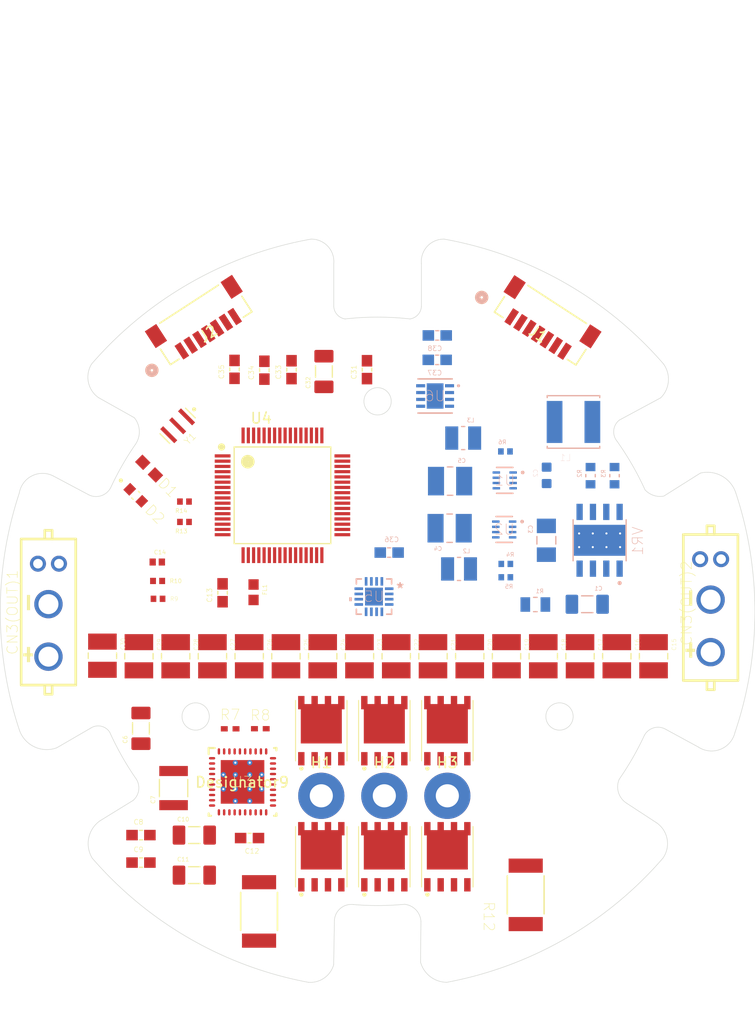
<source format=kicad_pcb>
(kicad_pcb (version 20241229) (generator "pcbnew") (generator_version "9.0")
  (layers (0 "F.Cu" signal) (4 "In1.Cu" signal) (6 "In2.Cu" signal) (2 "B.Cu" signal) (13 "F.Paste" user) (15 "B.Paste" user) (5 "F.SilkS" user "F.Silkscreen") (7 "B.SilkS" user "B.Silkscreen") (1 "F.Mask" user) (3 "B.Mask" user) (25 "Edge.Cuts" user))
  (net 0 "")
  (net 1 "GND")
  (net 2 "+48V")
  (net 3 "Net-(VR1-BST)")
  (net 4 "Net-(VR1-SW)")
  (net 5 "+12V")
  (net 6 "+5V")
  (net 7 "+3.3V")
  (net 8 "Net-(U3-VCP)")
  (net 9 "Net-(U3-CPH)")
  (net 10 "Net-(U3-CPL)")
  (net 11 "Net-(U3-DVDD)")
  (net 12 "Net-(U3-VGLS)")
  (net 13 "Net-(U4-VDDA{slash}VREF+)")
  (net 14 "Net-(U4-VCAP_1)")
  (net 15 "/CANH")
  (net 16 "/CANL")
  (net 17 "Net-(D1-Pad2)")
  (net 18 "Net-(D2-PadA)")
  (net 19 "/USART_TX")
  (net 20 "/TCK")
  (net 21 "/NRST")
  (net 22 "/USART_RX")
  (net 23 "/TMS")
  (net 24 "/MISO")
  (net 26 "/MOSI")
  (net 27 "/AUX_CS")
  (net 28 "/SCK")
  (net 29 "Net-(U2-SW)")
  (net 30 "Net-(U1-SW)")
  (net 31 "/PHASA")
  (net 32 "/GHA")
  (net 33 "/SPA")
  (net 34 "/GLA")
  (net 35 "/PHASB")
  (net 36 "/GHB")
  (net 37 "/GLB")
  (net 38 "/SPB")
  (net 39 "/GHC")
  (net 40 "/PHASC")
  (net 41 "/GLC")
  (net 42 "Net-(VR1-RON)")
  (net 43 "Net-(VR1-FB)")
  (net 44 "Net-(U2-MODE{slash}S-CONF)")
  (net 45 "Net-(U2-FB{slash}VSET)")
  (net 46 "Net-(U1-MODE{slash}S-CONF)")
  (net 47 "/SPI-MISO")
  (net 48 "Net-(U3-FAULT_N)")
  (net 49 "Net-(U4-PA1)")
  (net 50 "/INDICATOR")
  (net 55 "/ENABLE")
  (net 56 "/SPI-NSS-DRV")
  (net 57 "/SPI-SCK")
  (net 58 "/PWMC")
  (net 59 "/PWMB")
  (net 60 "/I_B")
  (net 61 "/SPI-MOSI")
  (net 62 "/PWMA")
  (net 63 "/I_A")
  (net 68 "Net-(U4-PH0-OSC_IN)")
  (net 69 "/CAN_RX")
  (net 71 "Net-(U4-PH1-OSC_OUT)")
  (net 73 "/CAN_TX")
  (net 86 "/CS")
  (footprint "dash:CC0603JRX7R9BB104" (layer "F.Cu") (at 130.053842 75.643072 90)
    (property "Reference" "C35" (at -0.235808 -1.239253 90) (layer "F.SilkS") (effects (font (size 0.474067 0.474067) (thickness 0.05))))
    (property "Value" "100nF 50V")
    (pad "1" smd rect (at -0.85 0 90) (size 1.1 1) (layers "F.Cu" "F.Mask" "F.Paste") (net 1 "GND"))
    (pad "2" smd rect (at 0.85 0 90) (size 1.1 1) (layers "F.Cu" "F.Mask" "F.Paste") (net 7 "+3.3V"))
  )
  (footprint "dash:GRM32EC72A106KE05L" (layer "F.Cu") (at 152.450328 102.949389 -90)
    (property "Reference" "C20" (at -1.11 -1.95 90) (layer "F.SilkS") (effects (font (size 0.393701 0.393701) (thickness 0.028425))))
    (property "Value" "10uF")
    (pad "1" smd rect (at -1.341 0 270) (size 1.53 2.72) (layers "F.Cu" "F.Mask" "F.Paste") (net 1 "GND"))
    (pad "2" smd rect (at 1.341 0 270) (size 1.53 2.72) (layers "F.Cu" "F.Mask" "F.Paste") (net 2 "+48V"))
  )
  (footprint "dash:CL31B105KCHNNNE" (layer "F.Cu") (at 126.225934 123.782259)
    (property "Reference" "C11" (at -1.06 -1.5 0) (layer "F.SilkS") (effects (font (size 0.393701 0.393701) (thickness 0.05))))
    (property "Value" "1uF 100V")
    (pad "1" smd roundrect (at -1.46 0) (size 1.2 1.82) (layers "F.Cu" "F.Mask" "F.Paste") (roundrect_rratio 0.125) (net 1 "GND"))
    (pad "2" smd roundrect (at 1.46 0) (size 1.2 1.82) (layers "F.Cu" "F.Mask" "F.Paste") (roundrect_rratio 0.125) (net 12 "Net-(U3-VGLS)"))
  )
  (footprint "dash:CC0603JRX7R9BB104" (layer "F.Cu") (at 142.665694 75.671365 90)
    (property "Reference" "C31" (at -0.235808 -1.239253 90) (layer "F.SilkS") (effects (font (size 0.474067 0.474067) (thickness 0.05))))
    (property "Value" "100nF 50V")
    (pad "1" smd rect (at -0.85 0 90) (size 1.1 1) (layers "F.Cu" "F.Mask" "F.Paste") (net 1 "GND"))
    (pad "2" smd rect (at 0.85 0 90) (size 1.1 1) (layers "F.Cu" "F.Mask" "F.Paste") (net 7 "+3.3V"))
  )
  (footprint "MountingHole:MountingHole_2.2mm_M2_Pad" (layer "F.Cu") (at 138.315934 116.232259)
    (property "Reference" "H1" (at 0 -3.15 0) (layer "F.SilkS"))
    (property "Value" "MountingHole_Pad" (hide yes))
    (pad "1" thru_hole circle (at 0 0) (size 4.4 4.4) (drill 2.2) (layers "*.Cu" "*.Mask") (net 31 "/PHASA"))
  )
  (footprint "dash:CL31B105KCHNNNE" (layer "F.Cu") (at 121.145934 109.812259 90)
    (property "Reference" "C6" (at -1.06 -1.5 90) (layer "F.SilkS") (effects (font (size 0.393701 0.393701) (thickness 0.05))))
    (property "Value" "1UF 100V")
    (pad "1" smd roundrect (at -1.46 0 90) (size 1.2 1.82) (layers "F.Cu" "F.Mask" "F.Paste") (roundrect_rratio 0.125) (net 8 "Net-(U3-VCP)"))
    (pad "2" smd roundrect (at 1.46 0 90) (size 1.2 1.82) (layers "F.Cu" "F.Mask" "F.Paste") (roundrect_rratio 0.125) (net 2 "+48V"))
  )
  (footprint "dash:GRM32EC72A106KE05L" (layer "F.Cu") (at 134.950328 102.949389 -90)
    (property "Reference" "C25" (at -1.11 -1.95 90) (layer "F.SilkS") (effects (font (size 0.393701 0.393701) (thickness 0.028425))))
    (property "Value" "10uF")
    (pad "1" smd rect (at -1.341 0 270) (size 1.53 2.72) (layers "F.Cu" "F.Mask" "F.Paste") (net 1 "GND"))
    (pad "2" smd rect (at 1.341 0 270) (size 1.53 2.72) (layers "F.Cu" "F.Mask" "F.Paste") (net 2 "+48V"))
  )
  (footprint "dash:FDMS039N08B" (layer "F.Cu") (at 144.315934 110.232259)
    (property "Reference" "Q3" (hide yes))
    (property "Value" "FDMS039N08B" (hide yes))
    (pad "1" smd rect (at -1.905 2.472) (size 0.61 1.27) (layers "F.Cu" "F.Mask" "F.Paste") (net 35 "/PHASB"))
    (pad "2" smd rect (at -0.635 2.472) (size 0.61 1.27) (layers "F.Cu" "F.Mask" "F.Paste") (net 35 "/PHASB"))
    (pad "3" smd rect (at 0.635 2.472) (size 0.61 1.27) (layers "F.Cu" "F.Mask" "F.Paste") (net 35 "/PHASB"))
    (pad "4" smd rect (at 1.905 2.472) (size 0.61 1.27) (layers "F.Cu" "F.Mask" "F.Paste") (net 36 "/GHB"))
    (pad "5" smd rect (at 1.905 -2.868) (size 0.61 1.27) (layers "F.Cu" "F.Mask" "F.Paste") (net 2 "+48V"))
    (pad "6" smd rect (at 0.635 -2.868) (size 0.61 1.27) (layers "F.Cu" "F.Mask" "F.Paste") (net 2 "+48V"))
    (pad "7" smd rect (at -0.635 -2.868) (size 0.61 1.27) (layers "F.Cu" "F.Mask" "F.Paste") (net 2 "+48V"))
    (pad "8" smd rect (at -1.905 -2.868) (size 0.61 1.27) (layers "F.Cu" "F.Mask" "F.Paste") (net 2 "+48V"))
    (pad "9" smd rect (at 0 -0.858 90) (size 3.75 3.91) (layers "F.Cu" "F.Mask" "F.Paste") (net 2 "+48V"))
  )
  (footprint "dash:GRM32EC72A106KE05L" (layer "F.Cu") (at 141.950328 102.949389 -90)
    (property "Reference" "C23" (at -1.11 -1.95 90) (layer "F.SilkS") (effects (font (size 0.393701 0.393701) (thickness 0.028425))))
    (property "Value" "10uF")
    (pad "1" smd rect (at -1.341 0 270) (size 1.53 2.72) (layers "F.Cu" "F.Mask" "F.Paste") (net 1 "GND"))
    (pad "2" smd rect (at 1.341 0 270) (size 1.53 2.72) (layers "F.Cu" "F.Mask" "F.Paste") (net 2 "+48V"))
  )
  (footprint "dash:BLM18AG601SN1D" (layer "F.Cu") (at 131.865759 96.855644 -90)
    (property "Reference" "FL1" (at -0.24 -1.07 90) (layer "F.SilkS") (effects (font (size 0.393701 0.393701) (thickness 0.05))))
    (property "Value" "choe")
    (pad "1" smd rect (at -0.734999 0 270) (size 1 0.97) (layers "F.Cu" "F.Mask" "F.Paste") (net 7 "+3.3V"))
    (pad "2" smd rect (at 0.734999 0 270) (size 1 0.97) (layers "F.Cu" "F.Mask" "F.Paste") (net 13 "Net-(U4-VDDA{slash}VREF+)"))
  )
  (footprint "dash:RT0402DRE0710KL" (layer "F.Cu") (at 122.729418 95.781685)
    (property "Reference" "R10" (at 1.730582 0.004433 0) (layer "F.SilkS") (effects (font (size 0.393701 0.393701) (thickness 0.05))))
    (property "Value" "10K")
    (pad "1" smd rect (at -0.435 0) (size 0.56 0.6) (layers "F.Cu" "F.Mask" "F.Paste") (net 1 "GND"))
    (pad "2" smd rect (at 0.435 0) (size 0.56 0.6) (layers "F.Cu" "F.Mask" "F.Paste") (net 49 "Net-(U4-PA1)"))
  )
  (footprint "dash:GRM32EC72A106KE05L" (layer "F.Cu") (at 145.450328 102.949389 -90)
    (property "Reference" "C22" (at -1.11 -1.95 90) (layer "F.SilkS") (effects (font (size 0.393701 0.393701) (thickness 0.028425))))
    (property "Value" "10uF")
    (pad "1" smd rect (at -1.341 0 270) (size 1.53 2.72) (layers "F.Cu" "F.Mask" "F.Paste") (net 1 "GND"))
    (pad "2" smd rect (at 1.341 0 270) (size 1.53 2.72) (layers "F.Cu" "F.Mask" "F.Paste") (net 2 "+48V"))
  )
  (footprint "dash:CL31B105KCHNNNE" (layer "F.Cu") (at 126.225934 119.972259)
    (property "Reference" "C10" (at -1.06 -1.5 0) (layer "F.SilkS") (effects (font (size 0.393701 0.393701) (thickness 0.05))))
    (property "Value" "1uF 100V")
    (pad "1" smd roundrect (at -1.46 0) (size 1.2 1.82) (layers "F.Cu" "F.Mask" "F.Paste") (roundrect_rratio 0.125) (net 1 "GND"))
    (pad "2" smd roundrect (at 1.46 0) (size 1.2 1.82) (layers "F.Cu" "F.Mask" "F.Paste") (roundrect_rratio 0.125) (net 11 "Net-(U3-DVDD)"))
  )
  (footprint "dash:GRM32EC72A106KE05L" (layer "F.Cu") (at 155.950328 102.949389 -90)
    (property "Reference" "C19" (at -1.11 -1.95 90) (layer "F.SilkS") (effects (font (size 0.393701 0.393701) (thickness 0.028425))))
    (property "Value" "10uF")
    (pad "1" smd rect (at -1.341 0 270) (size 1.53 2.72) (layers "F.Cu" "F.Mask" "F.Paste") (net 1 "GND"))
    (pad "2" smd rect (at 1.341 0 270) (size 1.53 2.72) (layers "F.Cu" "F.Mask" "F.Paste") (net 2 "+48V"))
  )
  (footprint "dash:GRM32EC72A106KE05L" (layer "F.Cu") (at 166.450328 102.949389 -90)
    (property "Reference" "C16" (at -1.11 -1.95 90) (layer "F.SilkS") (effects (font (size 0.393701 0.393701) (thickness 0.028425))))
    (property "Value" "10uF")
    (pad "1" smd rect (at -1.341 0 270) (size 1.53 2.72) (layers "F.Cu" "F.Mask" "F.Paste") (net 1 "GND"))
    (pad "2" smd rect (at 1.341 0 270) (size 1.53 2.72) (layers "F.Cu" "F.Mask" "F.Paste") (net 2 "+48V"))
  )
  (footprint "dash:LTST-C190KGKT" (layer "F.Cu") (at 120.65 87.63 -45)
    (property "Reference" "D2" (at 2.569175 -0.008645 135) (layer "F.SilkS") (effects (font (size 1.002882 1.002882) (thickness 0.05))))
    (property "Value" "Green")
    (pad "A" smd rect (at 0.809999 0 315) (size 0.81 0.93) (layers "F.Cu" "F.Mask" "F.Paste") (net 18 "Net-(D2-PadA)"))
    (pad "C" smd rect (at -0.809999 0 315) (size 0.81 0.93) (layers "F.Cu" "F.Mask" "F.Paste") (net 1 "GND"))
  )
  (footprint "dash:GRM32EC72A106KE05L" (layer "F.Cu") (at 131.450328 102.949389 -90)
    (property "Reference" "C26" (at -1.11 -1.95 90) (layer "F.SilkS") (effects (font (size 0.393701 0.393701) (thickness 0.028425))))
    (property "Value" "10uF")
    (pad "1" smd rect (at -1.341 0 270) (size 1.53 2.72) (layers "F.Cu" "F.Mask" "F.Paste") (net 1 "GND"))
    (pad "2" smd rect (at 1.341 0 270) (size 1.53 2.72) (layers "F.Cu" "F.Mask" "F.Paste") (net 2 "+48V"))
  )
  (footprint "dash:GRM155R60J475ME87D" (layer "F.Cu") (at 122.698797 93.98)
    (property "Reference" "C14" (at 0.26 -0.93 0) (layer "F.SilkS") (effects (font (size 0.393701 0.393701) (thickness 0.05))))
    (property "Value" "4.7 µF")
    (pad "1" smd rect (at -0.437 0) (size 0.6 0.67) (layers "F.Cu" "F.Mask" "F.Paste") (net 1 "GND"))
    (pad "2" smd rect (at 0.437 0) (size 0.6 0.67) (layers "F.Cu" "F.Mask" "F.Paste") (net 14 "Net-(U4-VCAP_1)"))
  )
  (footprint "MountingHole:MountingHole_2.2mm_M2_Pad" (layer "F.Cu") (at 144.315934 116.232259)
    (property "Reference" "H2" (at 0 -3.15 0) (layer "F.SilkS"))
    (property "Value" "MountingHole_Pad" (hide yes))
    (pad "1" thru_hole circle (at 0 0) (size 4.4 4.4) (drill 2.2) (layers "*.Cu" "*.Mask") (net 35 "/PHASB"))
  )
  (footprint "dash:FDMS039N08B" (layer "F.Cu") (at 144.315934 122.232259)
    (property "Reference" "Q4" (hide yes))
    (property "Value" "FDMS039N08B" (hide yes))
    (pad "1" smd rect (at -1.905 2.472) (size 0.61 1.27) (layers "F.Cu" "F.Mask" "F.Paste") (net 38 "/SPB"))
    (pad "2" smd rect (at -0.635 2.472) (size 0.61 1.27) (layers "F.Cu" "F.Mask" "F.Paste") (net 38 "/SPB"))
    (pad "3" smd rect (at 0.635 2.472) (size 0.61 1.27) (layers "F.Cu" "F.Mask" "F.Paste") (net 38 "/SPB"))
    (pad "4" smd rect (at 1.905 2.472) (size 0.61 1.27) (layers "F.Cu" "F.Mask" "F.Paste") (net 37 "/GLB"))
    (pad "5" smd rect (at 1.905 -2.868) (size 0.61 1.27) (layers "F.Cu" "F.Mask" "F.Paste") (net 35 "/PHASB"))
    (pad "6" smd rect (at 0.635 -2.868) (size 0.61 1.27) (layers "F.Cu" "F.Mask" "F.Paste") (net 35 "/PHASB"))
    (pad "7" smd rect (at -0.635 -2.868) (size 0.61 1.27) (layers "F.Cu" "F.Mask" "F.Paste") (net 35 "/PHASB"))
    (pad "8" smd rect (at -1.905 -2.868) (size 0.61 1.27) (layers "F.Cu" "F.Mask" "F.Paste") (net 35 "/PHASB"))
    (pad "9" smd rect (at 0 -0.858 90) (size 3.75 3.91) (layers "F.Cu" "F.Mask" "F.Paste") (net 35 "/PHASB"))
  )
  (footprint "dash:CC0603JRX7R9BB104" (layer "F.Cu") (at 131.484117 120.255065 180)
    (property "Reference" "C12" (at -0.235808 -1.239253 0) (layer "F.SilkS") (effects (font (size 0.474067 0.474067) (thickness 0.05))))
    (property "Value" "100nF 50V")
    (pad "1" smd rect (at -0.85 0 180) (size 1.1 1) (layers "F.Cu" "F.Mask" "F.Paste") (net 7 "+3.3V"))
    (pad "2" smd rect (at 0.85 0 180) (size 1.1 1) (layers "F.Cu" "F.Mask" "F.Paste") (net 1 "GND"))
  )
  (footprint "dash:CC0603JRX7R9BB104" (layer "F.Cu") (at 132.895273 75.722 90)
    (property "Reference" "C34" (at -0.235808 -1.239253 90) (layer "F.SilkS") (effects (font (size 0.474067 0.474067) (thickness 0.05))))
    (property "Value" "100nF 50V")
    (pad "1" smd rect (at -0.85 0 90) (size 1.1 1) (layers "F.Cu" "F.Mask" "F.Paste") (net 1 "GND"))
    (pad "2" smd rect (at 0.85 0 90) (size 1.1 1) (layers "F.Cu" "F.Mask" "F.Paste") (net 7 "+3.3V"))
  )
  (footprint "dash:CC0603KRX7R0BB473" (layer "F.Cu") (at 121.145934 122.589059)
    (property "Reference" "C9" (at -0.235808 -1.239253 0) (layer "F.SilkS") (effects (font (size 0.474067 0.474067) (thickness 0.05))))
    (property "Value" "47nF 100V")
    (pad "1" smd rect (at -0.85 0) (size 1.1 1) (layers "F.Cu" "F.Mask" "F.Paste") (net 9 "Net-(U3-CPH)"))
    (pad "2" smd rect (at 0.85 0) (size 1.1 1) (layers "F.Cu" "F.Mask" "F.Paste") (net 10 "Net-(U3-CPL)"))
  )
  (footprint "dash:CL31B105KCHNNNE" (layer "F.Cu") (at 138.566232 75.847685 90)
    (property "Reference" "C32" (at -1.06 -1.5 90) (layer "F.SilkS") (effects (font (size 0.393701 0.393701) (thickness 0.05))))
    (property "Value" "1uF 100V")
    (pad "1" smd roundrect (at -1.46 0 90) (size 1.2 1.82) (layers "F.Cu" "F.Mask" "F.Paste") (roundrect_rratio 0.125) (net 1 "GND"))
    (pad "2" smd roundrect (at 1.46 0 90) (size 1.2 1.82) (layers "F.Cu" "F.Mask" "F.Paste") (roundrect_rratio 0.125) (net 7 "+3.3V"))
  )
  (footprint "dash:XT30(2+2)PB-M.G.B" (layer "F.Cu") (at 112.339253 98.563463 90)
    (property "Reference" "CN3(OUT)1" (at -0.199999 -3.427 90) (layer "F.SilkS") (effects (font (thickness 0.05))))
    (property "Value" "XT30(2+2)PB-M.G.B")
    (pad "1" thru_hole circle (at 4.425 -0.999999 90) (size 1.524 1.524) (drill 0.914) (layers "*.Cu" "*.Mask") (net 15 "/CANH"))
    (pad "2" thru_hole circle (at 4.424999 1 90) (size 1.524 1.524) (drill 0.914) (layers "*.Cu" "*.Mask") (net 16 "/CANL"))
    (pad "3" thru_hole circle (at 0.574999 -0.000001 90) (size 2.7 2.7) (drill 1.9) (layers "*.Cu" "*.Mask") (net 1 "GND"))
    (pad "4" thru_hole circle (at -4.425 0 90) (size 2.7 2.7) (drill 1.9) (layers "*.Cu" "*.Mask") (net 2 "+48V"))
  )
  (footprint "dash:GRM32EC72A106KE05L" (layer "F.Cu") (at 159.450328 102.949389 -90)
    (property "Reference" "C18" (at -1.11 -1.95 90) (layer "F.SilkS") (effects (font (size 0.393701 0.393701) (thickness 0.028425))))
    (property "Value" "10uF")
    (pad "1" smd rect (at -1.341 0 270) (size 1.53 2.72) (layers "F.Cu" "F.Mask" "F.Paste") (net 1 "GND"))
    (pad "2" smd rect (at 1.341 0 270) (size 1.53 2.72) (layers "F.Cu" "F.Mask" "F.Paste") (net 2 "+48V"))
  )
  (footprint "dash:WSLF25121L000FEA" (layer "F.Cu") (at 132.390441 127.237607 -90)
    (property "Reference" "R11" (hide yes))
    (property "Value" "WSLF25121L000FEA" (hide yes))
    (pad "1" smd rect (at -2.7813 0 270) (size 1.3462 3.2512) (layers "F.Cu" "F.Mask" "F.Paste") (net 1 "GND"))
    (pad "2" smd rect (at 2.7813 0 270) (size 1.3462 3.2512) (layers "F.Cu" "F.Mask" "F.Paste") (net 33 "/SPA"))
  )
  (footprint "dash:GRM32EC72A106KE05L" (layer "F.Cu") (at 124.450328 102.949389 -90)
    (property "Reference" "C28" (at -1.11 -1.95 90) (layer "F.SilkS") (effects (font (size 0.393701 0.393701) (thickness 0.028425))))
    (property "Value" "10uF")
    (pad "1" smd rect (at -1.341 0 270) (size 1.53 2.72) (layers "F.Cu" "F.Mask" "F.Paste") (net 1 "GND"))
    (pad "2" smd rect (at 1.341 0 270) (size 1.53 2.72) (layers "F.Cu" "F.Mask" "F.Paste") (net 2 "+48V"))
  )
  (footprint "dash:CSTNE8M00G550000R0" (layer "F.Cu") (at 124.638211 81.01387 -135)
    (property "Reference" "Y1" (at 0.031999 -1.7064 45) (layer "F.SilkS") (effects (font (size 0.64 0.64) (thickness 0.05))))
    (property "Value" "CSTNE8M00G550000R0")
    (pad "1" smd rect (at -1.2 0 225) (size 0.4 1.9) (layers "F.Cu" "F.Mask" "F.Paste") (net 68 "Net-(U4-PH0-OSC_IN)"))
    (pad "2" smd rect (at 0 0 225) (size 0.4 1.9) (layers "F.Cu" "F.Mask" "F.Paste") (net 1 "GND"))
    (pad "3" smd rect (at 1.2 0 225) (size 0.4 1.9) (layers "F.Cu" "F.Mask" "F.Paste") (net 71 "Net-(U4-PH1-OSC_OUT)"))
  )
  (footprint "dash:CC0603JRX7R9BB104" (layer "F.Cu") (at 121.145934 119.972259)
    (property "Reference" "C8" (at -0.235808 -1.239253 0) (layer "F.SilkS") (effects (font (size 0.474067 0.474067) (thickness 0.05))))
    (property "Value" "100nF 50V")
    (pad "1" smd rect (at -0.85 0) (size 1.1 1) (layers "F.Cu" "F.Mask" "F.Paste") (net 5 "+12V"))
    (pad "2" smd rect (at 0.85 0) (size 1.1 1) (layers "F.Cu" "F.Mask" "F.Paste") (net 1 "GND"))
  )
  (footprint "dash:FDMS039N08B" (layer "F.Cu") (at 150.315934 122.232259)
    (property "Reference" "Q6" (hide yes))
    (property "Value" "FDMS039N08B" (hide yes))
    (pad "1" smd rect (at -1.905 2.472) (size 0.61 1.27) (layers "F.Cu" "F.Mask" "F.Paste") (net 1 "GND"))
    (pad "2" smd rect (at -0.635 2.472) (size 0.61 1.27) (layers "F.Cu" "F.Mask" "F.Paste") (net 1 "GND"))
    (pad "3" smd rect (at 0.635 2.472) (size 0.61 1.27) (layers "F.Cu" "F.Mask" "F.Paste") (net 1 "GND"))
    (pad "4" smd rect (at 1.905 2.472) (size 0.61 1.27) (layers "F.Cu" "F.Mask" "F.Paste") (net 41 "/GLC"))
    (pad "5" smd rect (at 1.905 -2.868) (size 0.61 1.27) (layers "F.Cu" "F.Mask" "F.Paste") (net 40 "/PHASC"))
    (pad "6" smd rect (at 0.635 -2.868) (size 0.61 1.27) (layers "F.Cu" "F.Mask" "F.Paste") (net 40 "/PHASC"))
    (pad "7" smd rect (at -0.635 -2.868) (size 0.61 1.27) (layers "F.Cu" "F.Mask" "F.Paste") (net 40 "/PHASC"))
    (pad "8" smd rect (at -1.905 -2.868) (size 0.61 1.27) (layers "F.Cu" "F.Mask" "F.Paste") (net 40 "/PHASC"))
    (pad "9" smd rect (at 0 -0.858 90) (size 3.75 3.91) (layers "F.Cu" "F.Mask" "F.Paste") (net 40 "/PHASC"))
  )
  (footprint "dash:DRV8353SRTAR" (layer "F.Cu") (at 130.817125 114.907636)
    (property "Reference" "U3" (at 0 0 0) (layer "F.SilkS") (effects (font (thickness 0.05))))
    (property "Value" "DRV8353SRTAR")
    (fp_text user "Designator9" (at -0.037292 0.037292 0) (layer "F.SilkS"))
    (pad "1" smd oval (at -2.899999 -2.250001 90) (size 0.23 0.599999) (layers "F.Cu" "F.Mask" "F.Paste") (net 10 "Net-(U3-CPL)"))
    (pad "2" smd oval (at -2.899999 -1.750002 90) (size 0.23 0.599999) (layers "F.Cu" "F.Mask" "F.Paste") (net 9 "Net-(U3-CPH)"))
    (pad "3" smd oval (at -2.899999 -1.25 90) (size 0.23 0.599999) (layers "F.Cu" "F.Mask" "F.Paste") (net 5 "+12V"))
    (pad "4" smd oval (at -2.899999 -0.750001 90) (size 0.23 0.599999) (layers "F.Cu" "F.Mask" "F.Paste") (net 2 "+48V"))
    (pad "5" smd oval (at -2.899999 -0.25 90) (size 0.23 0.599999) (layers "F.Cu" "F.Mask" "F.Paste") (net 8 "Net-(U3-VCP)"))
    (pad "6" smd oval (at -2.899999 0.25 90) (size 0.23 0.599999) (layers "F.Cu" "F.Mask" "F.Paste") (net 32 "/GHA"))
    (pad "7" smd oval (at -2.899999 0.749998 90) (size 0.23 0.599999) (layers "F.Cu" "F.Mask" "F.Paste") (net 31 "/PHASA"))
    (pad "8" smd oval (at -2.899999 1.25 90) (size 0.23 0.599999) (layers "F.Cu" "F.Mask" "F.Paste") (net 34 "/GLA"))
    (pad "9" smd oval (at -2.899999 1.749999 90) (size 0.23 0.599999) (layers "F.Cu" "F.Mask" "F.Paste") (net 33 "/SPA"))
    (pad "10" smd oval (at -2.899999 2.250001 90) (size 0.23 0.599999) (layers "F.Cu" "F.Mask" "F.Paste") (net 1 "GND"))
    (pad "11" smd oval (at -2.250001 2.899999) (size 0.23 0.599999) (layers "F.Cu" "F.Mask" "F.Paste") (net 1 "GND"))
    (pad "12" smd oval (at -1.750002 2.899999) (size 0.23 0.599999) (layers "F.Cu" "F.Mask" "F.Paste") (net 38 "/SPB"))
    (pad "13" smd oval (at -1.25 2.899999) (size 0.23 0.599999) (layers "F.Cu" "F.Mask" "F.Paste") (net 37 "/GLB"))
    (pad "14" smd oval (at -0.750001 2.899999) (size 0.23 0.599999) (layers "F.Cu" "F.Mask" "F.Paste") (net 35 "/PHASB"))
    (pad "15" smd oval (at -0.25 2.899999) (size 0.23 0.599999) (layers "F.Cu" "F.Mask" "F.Paste") (net 36 "/GHB"))
    (pad "16" smd oval (at 0.25 2.899999) (size 0.23 0.599999) (layers "F.Cu" "F.Mask" "F.Paste") (net 39 "/GHC"))
    (pad "17" smd oval (at 0.749998 2.899999) (size 0.23 0.599999) (layers "F.Cu" "F.Mask" "F.Paste") (net 40 "/PHASC"))
    (pad "18" smd oval (at 1.25 2.899999) (size 0.23 0.599999) (layers "F.Cu" "F.Mask" "F.Paste") (net 41 "/GLC"))
    (pad "19" smd oval (at 1.749999 2.899999) (size 0.23 0.599999) (layers "F.Cu" "F.Mask" "F.Paste") (net 1 "GND"))
    (pad "20" smd oval (at 2.250001 2.899999) (size 0.23 0.599999) (layers "F.Cu" "F.Mask" "F.Paste") (net 1 "GND"))
    (pad "21" smd oval (at 2.899999 2.250001 90) (size 0.23 0.599999) (layers "F.Cu" "F.Mask" "F.Paste"))
    (pad "22" smd oval (at 2.899999 1.749999 90) (size 0.23 0.599999) (layers "F.Cu" "F.Mask" "F.Paste") (net 60 "/I_B"))
    (pad "23" smd oval (at 2.899999 1.25 90) (size 0.23 0.599999) (layers "F.Cu" "F.Mask" "F.Paste") (net 63 "/I_A"))
    (pad "24" smd oval (at 2.899999 0.749998 90) (size 0.23 0.599999) (layers "F.Cu" "F.Mask" "F.Paste") (net 7 "+3.3V"))
    (pad "25" smd oval (at 2.899999 0.25 90) (size 0.23 0.599999) (layers "F.Cu" "F.Mask" "F.Paste") (net 1 "GND"))
    (pad "26" smd oval (at 2.899999 -0.25 90) (size 0.23 0.599999) (layers "F.Cu" "F.Mask" "F.Paste") (net 48 "Net-(U3-FAULT_N)"))
    (pad "27" smd oval (at 2.899999 -0.750001 90) (size 0.23 0.599999) (layers "F.Cu" "F.Mask" "F.Paste") (net 47 "/SPI-MISO"))
    (pad "28" smd oval (at 2.899999 -1.25 90) (size 0.23 0.599999) (layers "F.Cu" "F.Mask" "F.Paste") (net 61 "/SPI-MOSI"))
    (pad "29" smd oval (at 2.899999 -1.750002 90) (size 0.23 0.599999) (layers "F.Cu" "F.Mask" "F.Paste") (net 57 "/SPI-SCK"))
    (pad "30" smd oval (at 2.899999 -2.250001 90) (size 0.23 0.599999) (layers "F.Cu" "F.Mask" "F.Paste") (net 56 "/SPI-NSS-DRV"))
    (pad "31" smd oval (at 2.250001 -2.899999) (size 0.23 0.599999) (layers "F.Cu" "F.Mask" "F.Paste") (net 55 "/ENABLE"))
    (pad "32" smd oval (at 1.749999 -2.899999) (size 0.23 0.599999) (layers "F.Cu" "F.Mask" "F.Paste") (net 62 "/PWMA"))
    (pad "33" smd oval (at 1.25 -2.899999) (size 0.23 0.599999) (layers "F.Cu" "F.Mask" "F.Paste") (net 55 "/ENABLE"))
    (pad "34" smd oval (at 0.749998 -2.899999) (size 0.23 0.599999) (layers "F.Cu" "F.Mask" "F.Paste") (net 59 "/PWMB"))
    (pad "35" smd oval (at 0.25 -2.899999) (size 0.23 0.599999) (layers "F.Cu" "F.Mask" "F.Paste") (net 55 "/ENABLE"))
    (pad "36" smd oval (at -0.25 -2.899999) (size 0.23 0.599999) (layers "F.Cu" "F.Mask" "F.Paste") (net 58 "/PWMC"))
    (pad "37" smd oval (at -0.750001 -2.899999) (size 0.23 0.599999) (layers "F.Cu" "F.Mask" "F.Paste") (net 55 "/ENABLE"))
    (pad "38" smd oval (at -1.25 -2.899999) (size 0.23 0.599999) (layers "F.Cu" "F.Mask" "F.Paste") (net 11 "Net-(U3-DVDD)"))
    (pad "39" smd oval (at -1.750002 -2.899999) (size 0.23 0.599999) (layers "F.Cu" "F.Mask" "F.Paste") (net 1 "GND"))
    (pad "40" smd oval (at -2.250001 -2.899999) (size 0.23 0.599999) (layers "F.Cu" "F.Mask" "F.Paste") (net 12 "Net-(U3-VGLS)"))
    (pad "41" smd rect (at 0 0) (size 4.15 4.15) (layers "F.Cu" "F.Mask") (net 1 "GND"))
    (pad "V" thru_hole circle (at -1.825 -0.685) (size 0.499999 0.499999) (drill 0.2032) (layers "*.Cu" "*.Mask"))
    (pad "V" thru_hole circle (at -1.825 0.685) (size 0.499999 0.499999) (drill 0.2032) (layers "*.Cu" "*.Mask"))
    (pad "V" thru_hole circle (at -0.685 -1.825) (size 0.499999 0.499999) (drill 0.2032) (layers "*.Cu" "*.Mask"))
    (pad "V" thru_hole circle (at -0.685 -0.685) (size 0.499999 0.499999) (drill 0.2032) (layers "*.Cu" "*.Mask"))
    (pad "V" thru_hole circle (at -0.685 0.685) (size 0.499999 0.499999) (drill 0.2032) (layers "*.Cu" "*.Mask"))
    (pad "V" thru_hole circle (at -0.685 1.825) (size 0.499999 0.499999) (drill 0.2032) (layers "*.Cu" "*.Mask"))
    (pad "V" thru_hole circle (at 0.685 -1.825) (size 0.499999 0.499999) (drill 0.2032) (layers "*.Cu" "*.Mask"))
    (pad "V" thru_hole circle (at 0.685 -0.685) (size 0.499999 0.499999) (drill 0.2032) (layers "*.Cu" "*.Mask"))
    (pad "V" thru_hole circle (at 0.685 0.685) (size 0.499999 0.499999) (drill 0.2032) (layers "*.Cu" "*.Mask"))
    (pad "V" thru_hole circle (at 0.685 1.825) (size 0.499999 0.499999) (drill 0.2032) (layers "*.Cu" "*.Mask"))
    (pad "V" thru_hole circle (at 1.825 -0.685) (size 0.499999 0.499999) (drill 0.2032) (layers "*.Cu" "*.Mask"))
    (pad "V" thru_hole circle (at 1.825 0.685) (size 0.499999 0.499999) (drill 0.2032) (layers "*.Cu" "*.Mask"))
  )
  (footprint "dash:GRM32EC72A106KE05L" (layer "F.Cu") (at 162.950328 102.949389 -90)
    (property "Reference" "C17" (at -1.11 -1.95 90) (layer "F.SilkS") (effects (font (size 0.393701 0.393701) (thickness 0.028425))))
    (property "Value" "10uF")
    (pad "1" smd rect (at -1.341 0 270) (size 1.53 2.72) (layers "F.Cu" "F.Mask" "F.Paste") (net 1 "GND"))
    (pad "2" smd rect (at 1.341 0 270) (size 1.53 2.72) (layers "F.Cu" "F.Mask" "F.Paste") (net 2 "+48V"))
  )
  (footprint "dash:RC0402FR_0710KL" (layer "F.Cu") (at 129.636833 109.855146)
    (property "Reference" "R7" (at 0 -1.340234 0) (layer "F.SilkS") (effects (font (thickness 0.05))))
    (property "Value" "10k")
    (pad "1" smd rect (at -0.5588 0) (size 0.6604 0.508) (layers "F.Cu" "F.Mask" "F.Paste") (net 7 "+3.3V"))
    (pad "2" smd rect (at 0.5588 0) (size 0.6604 0.508) (layers "F.Cu" "F.Mask" "F.Paste") (net 47 "/SPI-MISO"))
  )
  (footprint "dash:WSLF25121L000FEA" (layer "F.Cu") (at 157.776517 125.662424 -90)
    (property "Reference" "R12" (at 2.0574 3.5 270) (layer "F.SilkS") (effects (font (thickness 0.05))))
    (property "Value" "WSLF25121L000FEA" (hide yes))
    (pad "1" smd rect (at -2.7813 0 270) (size 1.3462 3.2512) (layers "F.Cu" "F.Mask" "F.Paste") (net 1 "GND"))
    (pad "2" smd rect (at 2.7813 0 270) (size 1.3462 3.2512) (layers "F.Cu" "F.Mask" "F.Paste") (net 38 "/SPB"))
  )
  (footprint "dash:BM07B-SRSS-TB" (layer "F.Cu") (at 126.779147 71.055248 33)
    (property "Reference" "J2" (at 0 1.4216 33) (layer "F.SilkS"))
    (property "Value" "BM07B-SRSS-TB")
    (pad "1" smd rect (at -2.999999 1.4216 33) (size 0.6604 1.5494) (layers "F.Cu" "F.Mask" "F.Paste") (net 7 "+3.3V"))
    (pad "2" smd rect (at -2.000001 1.4216 33) (size 0.6604 1.5494) (layers "F.Cu" "F.Mask" "F.Paste") (net 26 "/MOSI"))
    (pad "3" smd rect (at -1.000002 1.4216 33) (size 0.6604 1.5494) (layers "F.Cu" "F.Mask" "F.Paste") (net 24 "/MISO"))
    (pad "4" smd rect (at 0 1.4216 33) (size 0.6604 1.5494) (layers "F.Cu" "F.Mask" "F.Paste") (net 28 "/SCK"))
    (pad "5" smd rect (at 1.000001 1.421599 33) (size 0.6604 1.5494) (layers "F.Cu" "F.Mask" "F.Paste") (net 27 "/AUX_CS"))
    (pad "6" smd rect (at 2.000001 1.4216 33) (size 0.6604 1.5494) (layers "F.Cu" "F.Mask" "F.Paste"))
    (pad "7" smd rect (at 2.999999 1.421601 33) (size 0.6604 1.5494) (layers "F.Cu" "F.Mask" "F.Paste") (net 1 "GND"))
    (pad "8" smd rect (at -4.300002 -1.103399 33) (size 1.2954 1.905) (layers "F.Cu" "F.Mask" "F.Paste"))
    (pad "9" smd rect (at 4.300002 -1.103399 33) (size 1.2954 1.905) (layers "F.Cu" "F.Mask" "F.Paste"))
  )
  (footprint "dash:GRM32ER71J106KA12L" (layer "F.Cu") (at 124.252106 115.498138 90)
    (property "Reference" "C7" (at -1.11 -1.95 90) (layer "F.SilkS") (effects (font (size 0.393701 0.393701) (thickness 0.05))))
    (property "Value" "10uF 63V")
    (pad "1" smd rect (at -1.625001 0 90) (size 0.96 2.72) (layers "F.Cu" "F.Mask" "F.Paste") (net 5 "+12V"))
    (pad "2" smd rect (at 1.625001 0 90) (size 0.96 2.72) (layers "F.Cu" "F.Mask" "F.Paste") (net 1 "GND"))
  )
  (footprint "dash:GRM32EC72A106KE05L" (layer "F.Cu") (at 120.950328 102.949389 -90)
    (property "Reference" "C29" (at -1.11 -1.95 90) (layer "F.SilkS") (effects (font (size 0.393701 0.393701) (thickness 0.028425))))
    (property "Value" "10uF")
    (pad "1" smd rect (at -1.341 0 270) (size 1.53 2.72) (layers "F.Cu" "F.Mask" "F.Paste") (net 1 "GND"))
    (pad "2" smd rect (at 1.341 0 270) (size 1.53 2.72) (layers "F.Cu" "F.Mask" "F.Paste") (net 2 "+48V"))
  )
  (footprint "dash:FDMS039N08B" (layer "F.Cu") (at 138.315934 110.232259)
    (property "Reference" "Q1" (hide yes))
    (property "Value" "FDMS039N08B" (hide yes))
    (pad "1" smd rect (at -1.905 2.472) (size 0.61 1.27) (layers "F.Cu" "F.Mask" "F.Paste") (net 31 "/PHASA"))
    (pad "2" smd rect (at -0.635 2.472) (size 0.61 1.27) (layers "F.Cu" "F.Mask" "F.Paste") (net 31 "/PHASA"))
    (pad "3" smd rect (at 0.635 2.472) (size 0.61 1.27) (layers "F.Cu" "F.Mask" "F.Paste") (net 31 "/PHASA"))
    (pad "4" smd rect (at 1.905 2.472) (size 0.61 1.27) (layers "F.Cu" "F.Mask" "F.Paste") (net 32 "/GHA"))
    (pad "5" smd rect (at 1.905 -2.868) (size 0.61 1.27) (layers "F.Cu" "F.Mask" "F.Paste") (net 2 "+48V"))
    (pad "6" smd rect (at 0.635 -2.868) (size 0.61 1.27) (layers "F.Cu" "F.Mask" "F.Paste") (net 2 "+48V"))
    (pad "7" smd rect (at -0.635 -2.868) (size 0.61 1.27) (layers "F.Cu" "F.Mask" "F.Paste") (net 2 "+48V"))
    (pad "8" smd rect (at -1.905 -2.868) (size 0.61 1.27) (layers "F.Cu" "F.Mask" "F.Paste") (net 2 "+48V"))
    (pad "9" smd rect (at 0 -0.858 90) (size 3.75 3.91) (layers "F.Cu" "F.Mask" "F.Paste") (net 2 "+48V"))
  )
  (footprint "MountingHole:MountingHole_2.2mm_M2_Pad" (layer "F.Cu") (at 150.315934 116.232259)
    (property "Reference" "H3" (at 0 -3.15 0) (layer "F.SilkS"))
    (property "Value" "MountingHole_Pad" (hide yes))
    (pad "1" thru_hole circle (at 0 0) (size 4.4 4.4) (drill 2.2) (layers "*.Cu" "*.Mask") (net 40 "/PHASC"))
  )
  (footprint "dash:RC0402FR_07150KL" (layer "F.Cu") (at 122.770491 97.481289)
    (property "Reference" "R9" (at 1.537298 0.008896 0) (layer "F.SilkS") (effects (font (size 0.393701 0.393701) (thickness 0.028425))))
    (property "Value" "150K 1%")
    (pad "1" smd rect (at -0.432 0) (size 0.54 0.6) (layers "F.Cu" "F.Mask" "F.Paste") (net 2 "+48V"))
    (pad "2" smd rect (at 0.432 0) (size 0.54 0.6) (layers "F.Cu" "F.Mask" "F.Paste") (net 49 "Net-(U4-PA1)"))
  )
  (footprint "dash:GRM32EC72A106KE05L" (layer "F.Cu") (at 127.950328 102.949389 -90)
    (property "Reference" "C27" (at -1.11 -1.95 90) (layer "F.SilkS") (effects (font (size 0.393701 0.393701) (thickness 0.028425))))
    (property "Value" "10uF")
    (pad "1" smd rect (at -1.341 0 270) (size 1.53 2.72) (layers "F.Cu" "F.Mask" "F.Paste") (net 1 "GND"))
    (pad "2" smd rect (at 1.341 0 270) (size 1.53 2.72) (layers "F.Cu" "F.Mask" "F.Paste") (net 2 "+48V"))
  )
  (footprint "dash:RC0402JR-07200RL" (layer "F.Cu") (at 125.289605 90.164153 180)
    (property "Reference" "R13" (at 0.3 -0.88 0) (layer "F.SilkS") (effects (font (size 0.393701 0.393701) (thickness 0.05))))
    (property "Value" "200oh")
    (pad "1" smd rect (at -0.432 0 180) (size 0.54 0.6) (layers "F.Cu" "F.Mask" "F.Paste") (net 7 "+3.3V"))
    (pad "2" smd rect (at 0.432 0 180) (size 0.54 0.6) (layers "F.Cu" "F.Mask" "F.Paste") (net 18 "Net-(D2-PadA)"))
  )
  (footprint "dash:XT30(2+2)PB-M.G.B" (layer "F.Cu") (at 175.383462 98.135622 90)
    (property "Reference" "CN3(OUT)2" (at 0.24187 -2.292606 90) (layer "F.SilkS") (effects (font (thickness 0.05))))
    (property "Value" "XT30(2+2)PB-M.G.B")
    (pad "1" thru_hole circle (at 4.424998 -1 90) (size 1.524 1.524) (drill 0.914) (layers "*.Cu" "*.Mask") (net 15 "/CANH"))
    (pad "2" thru_hole circle (at 4.425 1 90) (size 1.524 1.524) (drill 0.914) (layers "*.Cu" "*.Mask") (net 16 "/CANL"))
    (pad "3" thru_hole circle (at 0.575 0 90) (size 2.7 2.7) (drill 1.9) (layers "*.Cu" "*.Mask") (net 1 "GND"))
    (pad "4" thru_hole circle (at -4.425 0 90) (size 2.7 2.7) (drill 1.9) (layers "*.Cu" "*.Mask") (net 2 "+48V"))
  )
  (footprint "dash:LTST_C191KRKT" (layer "F.Cu") (at 121.92 85.09 -45)
    (property "Reference" "D1" (at 2.54428 0.012659 135) (layer "F.SilkS") (effects (font (size 1.001685 1.001685) (thickness 0.05))))
    (property "Value" "Red")
    (pad "1" smd rect (at -0.85 0 315) (size 1.1 1) (layers "F.Cu" "F.Mask" "F.Paste") (net 1 "GND"))
    (pad "2" smd rect (at 0.85 0 315) (size 1.1 1) (layers "F.Cu" "F.Mask" "F.Paste") (net 17 "Net-(D1-Pad2)"))
  )
  (footprint "dash:STM32F446RCT6" (layer "F.Cu") (at 134.62 87.63)
    (property "Reference" "U4" (at -2.025415 -7.336465 0) (layer "F.SilkS") (effects (font (size 1.000197 1.000197))))
    (property "Value" "STM32F446RCT6")
    (pad "1" smd rect (at -5.7 -3.75) (size 1.5 0.3) (layers "F.Cu" "F.Mask" "F.Paste") (net 7 "+3.3V"))
    (pad "2" smd rect (at -5.7 -3.25) (size 1.5 0.3) (layers "F.Cu" "F.Mask" "F.Paste"))
    (pad "3" smd rect (at -5.7 -2.75) (size 1.5 0.3) (layers "F.Cu" "F.Mask" "F.Paste"))
    (pad "4" smd rect (at -5.7 -2.25) (size 1.5 0.3) (layers "F.Cu" "F.Mask" "F.Paste"))
    (pad "5" smd rect (at -5.7 -1.75) (size 1.5 0.3) (layers "F.Cu" "F.Mask" "F.Paste") (net 68 "Net-(U4-PH0-OSC_IN)"))
    (pad "6" smd rect (at -5.7 -1.25) (size 1.5 0.3) (layers "F.Cu" "F.Mask" "F.Paste") (net 71 "Net-(U4-PH1-OSC_OUT)"))
    (pad "7" smd rect (at -5.7 -0.75) (size 1.5 0.3) (layers "F.Cu" "F.Mask" "F.Paste") (net 21 "/NRST"))
    (pad "8" smd rect (at -5.7 -0.25) (size 1.5 0.3) (layers "F.Cu" "F.Mask" "F.Paste") (net 63 "/I_A"))
    (pad "9" smd rect (at -5.7 0.25) (size 1.5 0.3) (layers "F.Cu" "F.Mask" "F.Paste") (net 60 "/I_B"))
    (pad "10" smd rect (at -5.7 0.75) (size 1.5 0.3) (layers "F.Cu" "F.Mask" "F.Paste"))
    (pad "11" smd rect (at -5.7 1.25) (size 1.5 0.3) (layers "F.Cu" "F.Mask" "F.Paste"))
    (pad "12" smd rect (at -5.7 1.75) (size 1.5 0.3) (layers "F.Cu" "F.Mask" "F.Paste") (net 1 "GND"))
    (pad "13" smd rect (at -5.7 2.25) (size 1.5 0.3) (layers "F.Cu" "F.Mask" "F.Paste") (net 13 "Net-(U4-VDDA{slash}VREF+)"))
    (pad "14" smd rect (at -5.7 2.75) (size 1.5 0.3) (layers "F.Cu" "F.Mask" "F.Paste"))
    (pad "15" smd rect (at -5.7 3.25) (size 1.5 0.3) (layers "F.Cu" "F.Mask" "F.Paste") (net 49 "Net-(U4-PA1)"))
    (pad "16" smd rect (at -5.7 3.75) (size 1.5 0.3) (layers "F.Cu" "F.Mask" "F.Paste") (net 19 "/USART_TX"))
    (pad "17" smd rect (at -3.75 5.7) (size 0.3 1.5) (layers "F.Cu" "F.Mask" "F.Paste") (net 22 "/USART_RX"))
    (pad "18" smd rect (at -3.25 5.7) (size 0.3 1.5) (layers "F.Cu" "F.Mask" "F.Paste") (net 1 "GND"))
    (pad "19" smd rect (at -2.75 5.7) (size 0.3 1.5) (layers "F.Cu" "F.Mask" "F.Paste") (net 7 "+3.3V"))
    (pad "20" smd rect (at -2.25 5.7) (size 0.3 1.5) (layers "F.Cu" "F.Mask" "F.Paste") (net 56 "/SPI-NSS-DRV"))
    (pad "21" smd rect (at -1.75 5.7) (size 0.3 1.5) (layers "F.Cu" "F.Mask" "F.Paste") (net 57 "/SPI-SCK"))
    (pad "22" smd rect (at -1.25 5.7) (size 0.3 1.5) (layers "F.Cu" "F.Mask" "F.Paste") (net 47 "/SPI-MISO"))
    (pad "23" smd rect (at -0.75 5.7) (size 0.3 1.5) (layers "F.Cu" "F.Mask" "F.Paste") (net 61 "/SPI-MOSI"))
    (pad "24" smd rect (at -0.25 5.7) (size 0.3 1.5) (layers "F.Cu" "F.Mask" "F.Paste"))
    (pad "25" smd rect (at 0.25 5.7) (size 0.3 1.5) (layers "F.Cu" "F.Mask" "F.Paste") (net 50 "/INDICATOR"))
    (pad "26" smd rect (at 0.75 5.7) (size 0.3 1.5) (layers "F.Cu" "F.Mask" "F.Paste"))
    (pad "27" smd rect (at 1.25 5.7) (size 0.3 1.5) (layers "F.Cu" "F.Mask" "F.Paste"))
    (pad "28" smd rect (at 1.75 5.7) (size 0.3 1.5) (layers "F.Cu" "F.Mask" "F.Paste"))
    (pad "29" smd rect (at 2.25 5.7) (size 0.3 1.5) (layers "F.Cu" "F.Mask" "F.Paste"))
    (pad "30" smd rect (at 2.75 5.7) (size 0.3 1.5) (layers "F.Cu" "F.Mask" "F.Paste") (net 14 "Net-(U4-VCAP_1)"))
    (pad "31" smd rect (at 3.25 5.7) (size 0.3 1.5) (layers "F.Cu" "F.Mask" "F.Paste") (net 1 "GND"))
    (pad "32" smd rect (at 3.75 5.7) (size 0.3 1.5) (layers "F.Cu" "F.Mask" "F.Paste") (net 7 "+3.3V"))
    (pad "33" smd rect (at 5.7 3.75) (size 1.5 0.3) (layers "F.Cu" "F.Mask" "F.Paste"))
    (pad "34" smd rect (at 5.7 3.25) (size 1.5 0.3) (layers "F.Cu" "F.Mask" "F.Paste"))
    (pad "35" smd rect (at 5.7 2.75) (size 1.5 0.3) (layers "F.Cu" "F.Mask" "F.Paste"))
    (pad "36" smd rect (at 5.7 2.25) (size 1.5 0.3) (layers "F.Cu" "F.Mask" "F.Paste"))
    (pad "37" smd rect (at 5.7 1.75) (size 1.5 0.3) (layers "F.Cu" "F.Mask" "F.Paste"))
    (pad "38" smd rect (at 5.7 1.25) (size 1.5 0.3) (layers "F.Cu" "F.Mask" "F.Paste"))
    (pad "39" smd rect (at 5.7 0.75) (size 1.5 0.3) (layers "F.Cu" "F.Mask" "F.Paste"))
    (pad "40" smd rect (at 5.7 0.25) (size 1.5 0.3) (layers "F.Cu" "F.Mask" "F.Paste"))
    (pad "41" smd rect (at 5.7 -0.25) (size 1.5 0.3) (layers "F.Cu" "F.Mask" "F.Paste") (net 58 "/PWMC"))
    (pad "42" smd rect (at 5.7 -0.75) (size 1.5 0.3) (layers "F.Cu" "F.Mask" "F.Paste") (net 59 "/PWMB"))
    (pad "43" smd rect (at 5.7 -1.25) (size 1.5 0.3) (layers "F.Cu" "F.Mask" "F.Paste") (net 62 "/PWMA"))
    (pad "44" smd rect (at 5.7 -1.75) (size 1.5 0.3) (layers "F.Cu" "F.Mask" "F.Paste") (net 55 "/ENABLE"))
    (pad "45" smd rect (at 5.7 -2.25) (size 1.5 0.3) (layers "F.Cu" "F.Mask" "F.Paste"))
    (pad "46" smd rect (at 5.7 -2.75) (size 1.5 0.3) (layers "F.Cu" "F.Mask" "F.Paste") (net 23 "/TMS"))
    (pad "47" smd rect (at 5.7 -3.25) (size 1.5 0.3) (layers "F.Cu" "F.Mask" "F.Paste") (net 1 "GND"))
    (pad "48" smd rect (at 5.7 -3.75) (size 1.5 0.3) (layers "F.Cu" "F.Mask" "F.Paste") (net 7 "+3.3V"))
    (pad "49" smd rect (at 3.75 -5.7) (size 0.3 1.5) (layers "F.Cu" "F.Mask" "F.Paste") (net 20 "/TCK"))
    (pad "50" smd rect (at 3.25 -5.7) (size 0.3 1.5) (layers "F.Cu" "F.Mask" "F.Paste") (net 86 "/CS"))
    (pad "51" smd rect (at 2.75 -5.7) (size 0.3 1.5) (layers "F.Cu" "F.Mask" "F.Paste") (net 28 "/SCK"))
    (pad "52" smd rect (at 2.25 -5.7) (size 0.3 1.5) (layers "F.Cu" "F.Mask" "F.Paste") (net 24 "/MISO"))
    (pad "53" smd rect (at 1.75 -5.7) (size 0.3 1.5) (layers "F.Cu" "F.Mask" "F.Paste") (net 26 "/MOSI"))
    (pad "54" smd rect (at 1.25 -5.7) (size 0.3 1.5) (layers "F.Cu" "F.Mask" "F.Paste") (net 27 "/AUX_CS"))
    (pad "55" smd rect (at 0.75 -5.7) (size 0.3 1.5) (layers "F.Cu" "F.Mask" "F.Paste"))
    (pad "56" smd rect (at 0.25 -5.7) (size 0.3 1.5) (layers "F.Cu" "F.Mask" "F.Paste"))
    (pad "57" smd rect (at -0.25 -5.7) (size 0.3 1.5) (layers "F.Cu" "F.Mask" "F.Paste"))
    (pad "58" smd rect (at -0.75 -5.7) (size 0.3 1.5) (layers "F.Cu" "F.Mask" "F.Paste") (net 73 "/CAN_TX"))
    (pad "59" smd rect (at -1.25 -5.7) (size 0.3 1.5) (layers "F.Cu" "F.Mask" "F.Paste") (net 69 "/CAN_RX"))
    (pad "60" smd rect (at -1.75 -5.7) (size 0.3 1.5) (layers "F.Cu" "F.Mask" "F.Paste") (net 1 "GND"))
    (pad "61" smd rect (at -2.25 -5.7) (size 0.3 1.5) (layers "F.Cu" "F.Mask" "F.Paste") (net 69 "/CAN_RX"))
    (pad "62" smd rect (at -2.75 -5.7) (size 0.3 1.5) (layers "F.Cu" "F.Mask" "F.Paste") (net 73 "/CAN_TX"))
    (pad "63" smd rect (at -3.25 -5.7) (size 0.3 1.5) (layers "F.Cu" "F.Mask" "F.Paste") (net 1 "GND"))
    (pad "64" smd rect (at -3.75 -5.7) (size 0.3 1.5) (layers "F.Cu" "F.Mask" "F.Paste") (net 7 "+3.3V"))
  )
  (footprint "dash:GRM32EC72A106KE05L" (layer "F.Cu") (at 138.450328 102.949389 -90)
    (property "Reference" "C24" (at -1.11 -1.95 90) (layer "F.SilkS") (effects (font (size 0.393701 0.393701) (thickness 0.028425))))
    (property "Value" "10uF")
    (pad "1" smd rect (at -1.341 0 270) (size 1.53 2.72) (layers "F.Cu" "F.Mask" "F.Paste") (net 1 "GND"))
    (pad "2" smd rect (at 1.341 0 270) (size 1.53 2.72) (layers "F.Cu" "F.Mask" "F.Paste") (net 2 "+48V"))
  )
  (footprint "dash:CC0603JRX7R9BB104" (layer "F.Cu") (at 135.480616 75.671365 90)
    (property "Reference" "C33" (at -0.235808 -1.239253 90) (layer "F.SilkS") (effects (font (size 0.474067 0.474067) (thickness 0.05))))
    (property "Value" "100nF 50V")
    (pad "1" smd rect (at -0.85 0 90) (size 1.1 1) (layers "F.Cu" "F.Mask" "F.Paste") (net 1 "GND"))
    (pad "2" smd rect (at 0.85 0 90) (size 1.1 1) (layers "F.Cu" "F.Mask" "F.Paste") (net 7 "+3.3V"))
  )
  (footprint "dash:FDMS039N08B" (layer "F.Cu") (at 150.315934 110.232259)
    (property "Reference" "Q5" (hide yes))
    (property "Value" "FDMS039N08B" (hide yes))
    (pad "1" smd rect (at -1.905 2.472) (size 0.61 1.27) (layers "F.Cu" "F.Mask" "F.Paste") (net 40 "/PHASC"))
    (pad "2" smd rect (at -0.635 2.472) (size 0.61 1.27) (layers "F.Cu" "F.Mask" "F.Paste") (net 40 "/PHASC"))
    (pad "3" smd rect (at 0.635 2.472) (size 0.61 1.27) (layers "F.Cu" "F.Mask" "F.Paste") (net 40 "/PHASC"))
    (pad "4" smd rect (at 1.905 2.472) (size 0.61 1.27) (layers "F.Cu" "F.Mask" "F.Paste") (net 39 "/GHC"))
    (pad "5" smd rect (at 1.905 -2.868) (size 0.61 1.27) (layers "F.Cu" "F.Mask" "F.Paste") (net 2 "+48V"))
    (pad "6" smd rect (at 0.635 -2.868) (size 0.61 1.27) (layers "F.Cu" "F.Mask" "F.Paste") (net 2 "+48V"))
    (pad "7" smd rect (at -0.635 -2.868) (size 0.61 1.27) (layers "F.Cu" "F.Mask" "F.Paste") (net 2 "+48V"))
    (pad "8" smd rect (at -1.905 -2.868) (size 0.61 1.27) (layers "F.Cu" "F.Mask" "F.Paste") (net 2 "+48V"))
    (pad "9" smd rect (at 0 -0.858 90) (size 3.75 3.91) (layers "F.Cu" "F.Mask" "F.Paste") (net 2 "+48V"))
  )
  (footprint "dash:FDMS039N08B" (layer "F.Cu") (at 138.315934 122.232259)
    (property "Reference" "Q2" (hide yes))
    (property "Value" "FDMS039N08B" (hide yes))
    (pad "1" smd rect (at -1.905 2.472) (size 0.61 1.27) (layers "F.Cu" "F.Mask" "F.Paste") (net 33 "/SPA"))
    (pad "2" smd rect (at -0.635 2.472) (size 0.61 1.27) (layers "F.Cu" "F.Mask" "F.Paste") (net 33 "/SPA"))
    (pad "3" smd rect (at 0.635 2.472) (size 0.61 1.27) (layers "F.Cu" "F.Mask" "F.Paste") (net 33 "/SPA"))
    (pad "4" smd rect (at 1.905 2.472) (size 0.61 1.27) (layers "F.Cu" "F.Mask" "F.Paste") (net 34 "/GLA"))
    (pad "5" smd rect (at 1.905 -2.868) (size 0.61 1.27) (layers "F.Cu" "F.Mask" "F.Paste") (net 31 "/PHASA"))
    (pad "6" smd rect (at 0.635 -2.868) (size 0.61 1.27) (layers "F.Cu" "F.Mask" "F.Paste") (net 31 "/PHASA"))
    (pad "7" smd rect (at -0.635 -2.868) (size 0.61 1.27) (layers "F.Cu" "F.Mask" "F.Paste") (net 31 "/PHASA"))
    (pad "8" smd rect (at -1.905 -2.868) (size 0.61 1.27) (layers "F.Cu" "F.Mask" "F.Paste") (net 31 "/PHASA"))
    (pad "9" smd rect (at 0 -0.858 90) (size 3.75 3.91) (layers "F.Cu" "F.Mask" "F.Paste") (net 31 "/PHASA"))
  )
  (footprint "dash:RC0402JR-07200RL" (layer "F.Cu") (at 125.288196 88.226084 180)
    (property "Reference" "R14" (at 0.3 -0.88 0) (layer "F.SilkS") (effects (font (size 0.393701 0.393701) (thickness 0.05))))
    (property "Value" "200oh")
    (pad "1" smd rect (at -0.432 0 180) (size 0.54 0.6) (layers "F.Cu" "F.Mask" "F.Paste") (net 50 "/INDICATOR"))
    (pad "2" smd rect (at 0.432 0 180) (size 0.54 0.6) (layers "F.Cu" "F.Mask" "F.Paste") (net 17 "Net-(D1-Pad2)"))
  )
  (footprint "dash:RC0402FR_0710KL" (layer "F.Cu") (at 132.510426 109.846527)
    (property "Reference" "R8" (at 0 -1.280676 0) (layer "F.SilkS") (effects (font (thickness 0.05))))
    (property "Value" "10k")
    (pad "1" smd rect (at -0.5588 0) (size 0.6604 0.508) (layers "F.Cu" "F.Mask" "F.Paste") (net 7 "+3.3V"))
    (pad "2" smd rect (at 0.5588 0) (size 0.6604 0.508) (layers "F.Cu" "F.Mask" "F.Paste") (net 48 "Net-(U3-FAULT_N)"))
  )
  (footprint "dash:BM07B-SRSS-TB" (layer "F.Cu") (at 159.72852 71.087423 -33)
    (property "Reference" "J1" (at 0 1.421601 327) (layer "F.SilkS"))
    (property "Value" "BM07B-SRSS-TB")
    (pad "1" smd rect (at -2.999998 1.4216 327) (size 0.6604 1.5494) (layers "F.Cu" "F.Mask" "F.Paste") (net 7 "+3.3V"))
    (pad "2" smd rect (at -2.000001 1.4216 327) (size 0.6604 1.5494) (layers "F.Cu" "F.Mask" "F.Paste") (net 20 "/TCK"))
    (pad "3" smd rect (at -1.000001 1.421599 327) (size 0.6604 1.5494) (layers "F.Cu" "F.Mask" "F.Paste") (net 1 "GND"))
    (pad "4" smd rect (at 0 1.421601 327) (size 0.6604 1.5494) (layers "F.Cu" "F.Mask" "F.Paste") (net 23 "/TMS"))
    (pad "5" smd rect (at 1 1.4216 327) (size 0.6604 1.5494) (layers "F.Cu" "F.Mask" "F.Paste") (net 21 "/NRST"))
    (pad "6" smd rect (at 2.000001 1.4216 327) (size 0.6604 1.5494) (layers "F.Cu" "F.Mask" "F.Paste") (net 19 "/USART_TX"))
    (pad "7" smd rect (at 2.999999 1.421599 327) (size 0.6604 1.5494) (layers "F.Cu" "F.Mask" "F.Paste") (net 22 "/USART_RX"))
    (pad "8" smd rect (at -4.300002 -1.1034 327) (size 1.2954 1.905) (layers "F.Cu" "F.Mask" "F.Paste"))
    (pad "9" smd rect (at 4.300001 -1.103399 327) (size 1.2954 1.905) (layers "F.Cu" "F.Mask" "F.Paste"))
  )
  (footprint "dash:CC0603JRX7R9BB104" (layer "F.Cu") (at 128.916495 96.908309 90)
    (property "Reference" "C13" (at -0.235808 -1.239253 90) (layer "F.SilkS") (effects (font (size 0.474067 0.474067) (thickness 0.05))))
    (property "Value" "100nF 50V")
    (pad "1" smd rect (at -0.85 0 90) (size 1.1 1) (layers "F.Cu" "F.Mask" "F.Paste") (net 13 "Net-(U4-VDDA{slash}VREF+)"))
    (pad "2" smd rect (at 0.85 0 90) (size 1.1 1) (layers "F.Cu" "F.Mask" "F.Paste") (net 1 "GND"))
  )
  (footprint "dash:GRM32EC72A106KE05L" (layer "F.Cu") (at 117.477128 102.897443 -90)
    (property "Reference" "C30" (at -1.11 -1.95 90) (layer "F.SilkS") (effects (font (size 0.393701 0.393701) (thickness 0.028425))))
    (property "Value" "10uF")
    (pad "1" smd rect (at -1.341 0 270) (size 1.53 2.72) (layers "F.Cu" "F.Mask" "F.Paste") (net 1 "GND"))
    (pad "2" smd rect (at 1.341 0 270) (size 1.53 2.72) (layers "F.Cu" "F.Mask" "F.Paste") (net 2 "+48V"))
  )
  (footprint "dash:GRM32EC72A106KE05L" (layer "F.Cu") (at 169.950328 102.949389 -90)
    (property "Reference" "C15" (at -1.11 -1.95 90) (layer "F.SilkS") (effects (font (size 0.393701 0.393701) (thickness 0.028425))))
    (property "Value" "10uF")
    (pad "1" smd rect (at -1.341 0 270) (size 1.53 2.72) (layers "F.Cu" "F.Mask" "F.Paste") (net 1 "GND"))
    (pad "2" smd rect (at 1.341 0 270) (size 1.53 2.72) (layers "F.Cu" "F.Mask" "F.Paste") (net 2 "+48V"))
  )
  (footprint "dash:GRM32EC72A106KE05L" (layer "F.Cu") (at 148.950328 102.949389 -90)
    (property "Reference" "C21" (at -1.11 -1.95 90) (layer "F.SilkS") (effects (font (size 0.393701 0.393701) (thickness 0.028425))))
    (property "Value" "10uF")
    (pad "1" smd rect (at -1.341 0 270) (size 1.53 2.72) (layers "F.Cu" "F.Mask" "F.Paste") (net 1 "GND"))
    (pad "2" smd rect (at 1.341 0 270) (size 1.53 2.72) (layers "F.Cu" "F.Mask" "F.Paste") (net 2 "+48V"))
  )
  (footprint "dash:VLS5045EX_680M" (layer "B.Cu") (at 162.32456 80.648428)
    (property "Reference" "L1" (at -0.768 3.4064 0) (layer "B.SilkS") (effects (font (size 0.64 0.64) (thickness 0.015)) (justify mirror)))
    (property "Value" "68uH")
    (pad "1" smd rect (at -1.8 0) (size 1.5 4) (layers "B.Cu" "B.Mask" "B.Paste") (net 4 "Net-(VR1-SW)"))
    (pad "2" smd rect (at 1.8 0) (size 1.5 4) (layers "B.Cu" "B.Mask" "B.Paste") (net 5 "+12V"))
  )
  (footprint "dash:TPS629203DRLR" (layer "B.Cu") (at 155.729305 90.881849 180)
    (property "Reference" "U2" (at 0 0 0) (layer "B.SilkS") (effects (font (thickness 0.05)) (justify mirror)))
    (property "Value" "TPS629203DRLR")
    (pad "1" smd rect (at -0.8001 0.750001 180) (size 0.7112 0.2286) (layers "B.Cu" "B.Mask" "B.Paste") (net 45 "Net-(U2-FB{slash}VSET)"))
    (pad "2" smd rect (at -0.8001 0.25 180) (size 0.7112 0.2286) (layers "B.Cu" "B.Mask" "B.Paste"))
    (pad "3" smd rect (at -0.8001 -0.25 180) (size 0.7112 0.2286) (layers "B.Cu" "B.Mask" "B.Paste") (net 6 "+5V"))
    (pad "4" smd rect (at -0.8001 -0.750001 180) (size 0.7112 0.2286) (layers "B.Cu" "B.Mask" "B.Paste") (net 29 "Net-(U2-SW)"))
    (pad "5" smd rect (at 0.8001 -0.750001 180) (size 0.7112 0.2286) (layers "B.Cu" "B.Mask" "B.Paste") (net 1 "GND"))
    (pad "6" smd rect (at 0.8001 -0.25 180) (size 0.7112 0.2286) (layers "B.Cu" "B.Mask" "B.Paste") (net 5 "+12V"))
    (pad "7" smd rect (at 0.8001 0.25 180) (size 0.7112 0.2286) (layers "B.Cu" "B.Mask" "B.Paste") (net 5 "+12V"))
    (pad "8" smd rect (at 0.8001 0.750001 180) (size 0.7112 0.2286) (layers "B.Cu" "B.Mask" "B.Paste") (net 44 "Net-(U2-MODE{slash}S-CONF)"))
  )
  (footprint "dash:CC0603JRX7R9BB104" (layer "B.Cu") (at 144.78 93.080746 180)
    (property "Reference" "C36" (at -0.235808 1.239253 0) (layer "B.SilkS") (effects (font (size 0.474067 0.474067) (thickness 0.05)) (justify mirror)))
    (property "Value" "100nF 50V")
    (pad "1" smd rect (at -0.85 0 180) (size 1.1 1) (layers "B.Cu" "B.Mask" "B.Paste") (net 1 "GND"))
    (pad "2" smd rect (at 0.85 0 180) (size 1.1 1) (layers "B.Cu" "B.Mask" "B.Paste") (net 7 "+3.3V"))
  )
  (footprint "dash:RT0603BRD07448KL" (layer "B.Cu") (at 163.948512 85.760869 -90)
    (property "Reference" "R2" (at -0.21 1.05 90) (layer "B.SilkS") (effects (font (size 0.393701 0.393701) (thickness 0.05)) (justify mirror)))
    (property "Value" "448K")
    (pad "1" smd rect (at -0.82 0 270) (size 0.79 0.93) (layers "B.Cu" "B.Mask" "B.Paste") (net 43 "Net-(VR1-FB)"))
    (pad "2" smd rect (at 0.82 0 270) (size 0.79 0.93) (layers "B.Cu" "B.Mask" "B.Paste") (net 5 "+12V"))
  )
  (footprint "dash:RC0402FR_0742K2L" (layer "B.Cu") (at 155.884365 94.16024 180)
    (property "Reference" "R4" (at -0.414358 0.88 0) (layer "B.SilkS") (effects (font (size 0.393701 0.393701) (thickness 0.05)) (justify mirror)))
    (property "Value" "42.2k 1%")
    (pad "1" smd rect (at -0.432 0 180) (size 0.54 0.6) (layers "B.Cu" "B.Mask" "B.Paste") (net 1 "GND"))
    (pad "2" smd rect (at 0.432 0 180) (size 0.54 0.6) (layers "B.Cu" "B.Mask" "B.Paste") (net 44 "Net-(U2-MODE{slash}S-CONF)"))
  )
  (footprint "dash:TPS629203DRLR" (layer "B.Cu") (at 155.780555 86.209133 180)
    (property "Reference" "U1" (at 0 0 0) (layer "B.SilkS") (effects (font (thickness 0.05)) (justify mirror)))
    (property "Value" "TPS629203DRLR")
    (pad "1" smd rect (at -0.8001 0.750001 180) (size 0.7112 0.2286) (layers "B.Cu" "B.Mask" "B.Paste"))
    (pad "2" smd rect (at -0.8001 0.25 180) (size 0.7112 0.2286) (layers "B.Cu" "B.Mask" "B.Paste"))
    (pad "3" smd rect (at -0.8001 -0.25 180) (size 0.7112 0.2286) (layers "B.Cu" "B.Mask" "B.Paste") (net 7 "+3.3V"))
    (pad "4" smd rect (at -0.8001 -0.750001 180) (size 0.7112 0.2286) (layers "B.Cu" "B.Mask" "B.Paste") (net 30 "Net-(U1-SW)"))
    (pad "5" smd rect (at 0.8001 -0.750001 180) (size 0.7112 0.2286) (layers "B.Cu" "B.Mask" "B.Paste") (net 1 "GND"))
    (pad "6" smd rect (at 0.8001 -0.25 180) (size 0.7112 0.2286) (layers "B.Cu" "B.Mask" "B.Paste") (net 6 "+5V"))
    (pad "7" smd rect (at 0.8001 0.25 180) (size 0.7112 0.2286) (layers "B.Cu" "B.Mask" "B.Paste") (net 6 "+5V"))
    (pad "8" smd rect (at 0.8001 0.750001 180) (size 0.7112 0.2286) (layers "B.Cu" "B.Mask" "B.Paste") (net 46 "Net-(U1-MODE{slash}S-CONF)"))
  )
  (footprint "dash:CL31B225KCHSNNE" (layer "B.Cu") (at 163.634463 97.999616 180)
    (property "Reference" "C1" (at -1.06 1.5 0) (layer "B.SilkS") (effects (font (size 0.393701 0.393701) (thickness 0.05)) (justify mirror)))
    (property "Value" "2.2uF")
    (pad "1" smd roundrect (at -1.46 0 180) (size 1.2 1.82) (layers "B.Cu" "B.Mask" "B.Paste") (roundrect_rratio 0.125) (net 1 "GND"))
    (pad "2" smd roundrect (at 1.46 0 180) (size 1.2 1.82) (layers "B.Cu" "B.Mask" "B.Paste") (roundrect_rratio 0.125) (net 2 "+48V"))
  )
  (footprint "dash:CC0603JRX7R9BB104" (layer "B.Cu") (at 149.352032 74.737744)
    (property "Reference" "C37" (at -0.235808 1.239253 0) (layer "B.SilkS") (effects (font (size 0.474067 0.474067) (thickness 0.05)) (justify mirror)))
    (property "Value" "100nF 50V")
    (pad "1" smd rect (at -0.85 0) (size 1.1 1) (layers "B.Cu" "B.Mask" "B.Paste") (net 6 "+5V"))
    (pad "2" smd rect (at 0.85 0) (size 1.1 1) (layers "B.Cu" "B.Mask" "B.Paste") (net 1 "GND"))
  )
  (footprint "dash:RC0805FR_07100KL" (layer "B.Cu") (at 158.695335 98.024443 180)
    (property "Reference" "R1" (at -0.41 1.27 0) (layer "B.SilkS") (effects (font (size 0.393701 0.393701) (thickness 0.05)) (justify mirror)))
    (property "Value" "100k")
    (pad "1" smd rect (at -0.955 0 180) (size 0.92 1.38) (layers "B.Cu" "B.Mask" "B.Paste") (net 1 "GND"))
    (pad "2" smd rect (at 0.955 0 180) (size 0.92 1.38) (layers "B.Cu" "B.Mask" "B.Paste") (net 42 "Net-(VR1-RON)"))
  )
  (footprint "dash:GRM31CR61E476ME44L" (layer "B.Cu") (at 159.743749 91.91094 -90)
    (property "Reference" "C3" (at -1.06 1.5 90) (layer "B.SilkS") (effects (font (size 0.393701 0.393701) (thickness 0.05)) (justify mirror)))
    (property "Value" "47uF")
    (pad "1" smd rect (at -1.369 0 270) (size 1.38 1.82) (layers "B.Cu" "B.Mask" "B.Paste") (net 1 "GND"))
    (pad "2" smd rect (at 1.369 0 270) (size 1.38 1.82) (layers "B.Cu" "B.Mask" "B.Paste") (net 5 "+12V"))
  )
  (footprint "dash:MCP2542FD_E_MF" (layer "B.Cu") (at 149.150506 78.177225 180)
    (property "Reference" "U6" (at 0 0 0) (layer "B.SilkS") (effects (font (thickness 0.05)) (justify mirror)))
    (property "Value" "MCP2542FD-E/MF")
    (pad "1" smd rect (at -1.3716 0.974999 180) (size 0.8636 0.3048) (layers "B.Cu" "B.Mask" "B.Paste") (net 73 "/CAN_TX"))
    (pad "2" smd rect (at -1.3716 0.325001 180) (size 0.8636 0.3048) (layers "B.Cu" "B.Mask" "B.Paste") (net 1 "GND"))
    (pad "3" smd rect (at -1.3716 -0.325001 180) (size 0.8636 0.3048) (layers "B.Cu" "B.Mask" "B.Paste") (net 6 "+5V"))
    (pad "4" smd rect (at -1.3716 -0.974999 180) (size 0.8636 0.3048) (layers "B.Cu" "B.Mask" "B.Paste") (net 69 "/CAN_RX"))
    (pad "5" smd rect (at 1.3716 -0.974999 180) (size 0.8636 0.3048) (layers "B.Cu" "B.Mask" "B.Paste") (net 7 "+3.3V"))
    (pad "6" smd rect (at 1.3716 -0.325001 180) (size 0.8636 0.3048) (layers "B.Cu" "B.Mask" "B.Paste") (net 16 "/CANL"))
    (pad "7" smd rect (at 1.3716 0.325001 180) (size 0.8636 0.3048) (layers "B.Cu" "B.Mask" "B.Paste") (net 15 "/CANH"))
    (pad "8" smd rect (at 1.3716 0.974999 180) (size 0.8636 0.3048) (layers "B.Cu" "B.Mask" "B.Paste") (net 1 "GND"))
    (pad "9" smd rect (at 0 0 180) (size 1.6002 2.413) (layers "B.Cu" "B.Mask" "B.Paste") (net 1 "GND"))
  )
  (footprint "dash:GRM32ER71E226KE15L" (layer "B.Cu") (at 150.533929 90.762259)
    (property "Reference" "C4" (at -1.11 1.95 0) (layer "B.SilkS") (effects (font (size 0.393701 0.393701) (thickness 0.05)) (justify mirror)))
    (property "Value" "22uF")
    (pad "1" smd rect (at -1.341 0) (size 1.53 2.72) (layers "B.Cu" "B.Mask" "B.Paste") (net 1 "GND"))
    (pad "2" smd rect (at 1.341 0) (size 1.53 2.72) (layers "B.Cu" "B.Mask" "B.Paste") (net 6 "+5V"))
  )
  (footprint "dash:DFE252012PD_2R2M_P2" (layer "B.Cu") (at 151.429521 94.638903 180)
    (property "Reference" "L2" (at -0.71 1.7 0) (layer "B.SilkS") (effects (font (size 0.393701 0.393701) (thickness 0.05)) (justify mirror)))
    (property "Value" "2.2uH")
    (pad "1" smd rect (at -1.089999 0 180) (size 1.24 2.22) (layers "B.Cu" "B.Mask" "B.Paste") (net 29 "Net-(U2-SW)"))
    (pad "2" smd rect (at 1.089999 0 180) (size 1.24 2.22) (layers "B.Cu" "B.Mask" "B.Paste") (net 6 "+5V"))
  )
  (footprint "dash:CC0603JRX7R9BB104" (layer "B.Cu") (at 149.358 72.411852)
    (property "Reference" "C38" (at -0.235808 1.239253 0) (layer "B.SilkS") (effects (font (size 0.474067 0.474067) (thickness 0.05)) (justify mirror)))
    (property "Value" "100nF 50V")
    (pad "1" smd rect (at -0.85 0) (size 1.1 1) (layers "B.Cu" "B.Mask" "B.Paste") (net 7 "+3.3V"))
    (pad "2" smd rect (at 0.85 0) (size 1.1 1) (layers "B.Cu" "B.Mask" "B.Paste") (net 1 "GND"))
  )
  (footprint "dash:RT0603BRD0749K9L" (layer "B.Cu") (at 166.234074 85.760869 -90)
    (property "Reference" "R3" (at -0.21 1.05 90) (layer "B.SilkS") (effects (font (size 0.393701 0.393701) (thickness 0.05)) (justify mirror)))
    (property "Value" "49.9k")
    (pad "1" smd rect (at -0.82 0 270) (size 0.79 0.93) (layers "B.Cu" "B.Mask" "B.Paste") (net 1 "GND"))
    (pad "2" smd rect (at 0.82 0 270) (size 0.79 0.93) (layers "B.Cu" "B.Mask" "B.Paste") (net 43 "Net-(VR1-FB)"))
  )
  (footprint "dash:MA732GQ-Z" (layer "B.Cu") (at 143.3322 97.270001 180)
    (property "Reference" "U5" (at 0 0 0) (layer "B.SilkS") (effects (font (thickness 0.05)) (justify mirror)))
    (property "Value" "MA732GQ-Z")
    (fp_text user "*" (at -2.4892 0.75 0) (layer "B.SilkS") (effects (justify mirror)))
    (fp_text user "*" (at -2.4892 0.75 0) (layer "B.SilkS") (effects (justify mirror)))
    (pad "1" smd rect (at -1.4478 0.750001 90) (size 0.254 0.8128) (layers "B.Cu" "B.Mask" "B.Paste"))
    (pad "2" smd rect (at -1.4478 0.25 90) (size 0.254 0.8128) (layers "B.Cu" "B.Mask" "B.Paste"))
    (pad "3" smd rect (at -1.4478 -0.25 90) (size 0.254 0.8128) (layers "B.Cu" "B.Mask" "B.Paste"))
    (pad "4" smd rect (at -1.4478 -0.750001 90) (size 0.254 0.8128) (layers "B.Cu" "B.Mask" "B.Paste") (net 26 "/MOSI"))
    (pad "5" smd rect (at -0.750001 -1.4478 180) (size 0.254 0.8128) (layers "B.Cu" "B.Mask" "B.Paste") (net 86 "/CS"))
    (pad "6" smd rect (at -0.25 -1.4478 180) (size 0.254 0.8128) (layers "B.Cu" "B.Mask" "B.Paste"))
    (pad "7" smd rect (at 0.25 -1.4478 180) (size 0.254 0.8128) (layers "B.Cu" "B.Mask" "B.Paste") (net 24 "/MISO"))
    (pad "8" smd rect (at 0.750001 -1.4478 180) (size 0.254 0.8128) (layers "B.Cu" "B.Mask" "B.Paste") (net 1 "GND"))
    (pad "9" smd rect (at 1.4478 -0.750001 90) (size 0.254 0.8128) (layers "B.Cu" "B.Mask" "B.Paste"))
    (pad "10" smd rect (at 1.4478 -0.25 90) (size 0.254 0.8128) (layers "B.Cu" "B.Mask" "B.Paste"))
    (pad "11" smd rect (at 1.4478 0.25 90) (size 0.254 0.8128) (layers "B.Cu" "B.Mask" "B.Paste"))
    (pad "12" smd rect (at 1.4478 0.750001 90) (size 0.254 0.8128) (layers "B.Cu" "B.Mask" "B.Paste") (net 28 "/SCK"))
    (pad "13" smd rect (at 0.750001 1.4478 180) (size 0.254 0.8128) (layers "B.Cu" "B.Mask" "B.Paste") (net 7 "+3.3V"))
    (pad "14" smd rect (at 0.25 1.4478 180) (size 0.254 0.8128) (layers "B.Cu" "B.Mask" "B.Paste"))
    (pad "15" smd rect (at -0.25 1.4478 180) (size 0.254 0.8128) (layers "B.Cu" "B.Mask" "B.Paste"))
    (pad "16" smd rect (at -0.750001 1.4478 180) (size 0.254 0.8128) (layers "B.Cu" "B.Mask" "B.Paste"))
    (pad "17" smd rect (at 0 0 180) (size 1.7018 1.7018) (layers "B.Cu" "B.Mask" "B.Paste") (net 1 "GND"))
  )
  (footprint "dash:RC0402FR_0780K6L" (layer "B.Cu") (at 155.884365 95.43024)
    (property "Reference" "R5" (at 0.3 0.88 180) (layer "B.SilkS") (effects (font (size 0.393701 0.393701) (thickness 0.05)) (justify mirror)))
    (property "Value" "80.6k 1%")
    (pad "1" smd rect (at -0.432 0) (size 0.54 0.6) (layers "B.Cu" "B.Mask" "B.Paste") (net 1 "GND"))
    (pad "2" smd rect (at 0.432 0) (size 0.54 0.6) (layers "B.Cu" "B.Mask" "B.Paste") (net 45 "Net-(U2-FB{slash}VSET)"))
  )
  (footprint "dash:RC0402FR_0752K3L" (layer "B.Cu") (at 155.847299 83.453598 180)
    (property "Reference" "R6" (at 0.3 0.88 0) (layer "B.SilkS") (effects (font (size 0.393701 0.393701) (thickness 0.05)) (justify mirror)))
    (property "Value" "52.3k 1%")
    (pad "1" smd rect (at -0.432 0 180) (size 0.54 0.6) (layers "B.Cu" "B.Mask" "B.Paste") (net 1 "GND"))
    (pad "2" smd rect (at 0.432 0 180) (size 0.54 0.6) (layers "B.Cu" "B.Mask" "B.Paste") (net 46 "Net-(U1-MODE{slash}S-CONF)"))
  )
  (footprint "dash:LM5164DDAR" (layer "B.Cu") (at 164.813843 91.91094 90)
    (property "Reference" "VR1" (at -0.075 3.635 90) (layer "B.SilkS") (effects (font (thickness 0.05)) (justify mirror)))
    (property "Value" "LM5164DDAR")
    (pad "1" smd roundrect (at -2.7 1.905 90) (size 1.55 0.6) (layers "B.Cu" "B.Paste") (roundrect_rratio 0.025) (net 1 "GND"))
    (pad "2" smd roundrect (at -2.7 0.635 90) (size 1.55 0.6) (layers "B.Cu" "B.Paste") (roundrect_rratio 0.025) (net 2 "+48V"))
    (pad "3" smd roundrect (at -2.7 -0.635 90) (size 1.55 0.6) (layers "B.Cu" "B.Paste") (roundrect_rratio 0.025) (net 2 "+48V"))
    (pad "4" smd roundrect (at -2.7 -1.905 90) (size 1.55 0.6) (layers "B.Cu" "B.Paste") (roundrect_rratio 0.025) (net 42 "Net-(VR1-RON)"))
    (pad "5" smd roundrect (at 2.7 -1.905 90) (size 1.55 0.6) (layers "B.Cu" "B.Paste") (roundrect_rratio 0.025) (net 43 "Net-(VR1-FB)"))
    (pad "6" smd roundrect (at 2.7 -0.635 90) (size 1.55 0.6) (layers "B.Cu" "B.Paste") (roundrect_rratio 0.025))
    (pad "7" smd roundrect (at 2.7 0.635 90) (size 1.55 0.6) (layers "B.Cu" "B.Paste") (roundrect_rratio 0.025) (net 3 "Net-(VR1-BST)"))
    (pad "8" smd roundrect (at 2.7 1.905 90) (size 1.55 0.6) (layers "B.Cu" "B.Paste") (roundrect_rratio 0.025) (net 4 "Net-(VR1-SW)"))
    (pad "9" smd rect (at 0 0 90) (size 2.95 4.9) (layers "B.Cu"))
    (pad "10" thru_hole circle (at -0.65 1.95 90) (size 0.3 0.3) (drill 0.2) (layers "*.Cu" "*.Mask"))
    (pad "11" thru_hole circle (at 0.65 1.95 90) (size 0.3 0.3) (drill 0.2) (layers "*.Cu" "*.Mask"))
    (pad "12" thru_hole circle (at -0.65 0.65 90) (size 0.3 0.3) (drill 0.2) (layers "*.Cu" "*.Mask"))
    (pad "13" thru_hole circle (at 0.65 0.65 90) (size 0.3 0.3) (drill 0.2) (layers "*.Cu" "*.Mask"))
    (pad "14" thru_hole circle (at -0.65 -0.65 90) (size 0.3 0.3) (drill 0.2) (layers "*.Cu" "*.Mask"))
    (pad "15" thru_hole circle (at 0.65 -0.65 90) (size 0.3 0.3) (drill 0.2) (layers "*.Cu" "*.Mask"))
    (pad "16" thru_hole circle (at -0.65 -1.95 90) (size 0.3 0.3) (drill 0.2) (layers "*.Cu" "*.Mask"))
    (pad "17" thru_hole circle (at 0.65 -1.95 90) (size 0.3 0.3) (drill 0.2) (layers "*.Cu" "*.Mask"))
  )
  (footprint "dash:GRM32ER71E226KE15L" (layer "B.Cu") (at 150.577503 86.278421 180)
    (property "Reference" "C5" (at -1.11 1.95 0) (layer "B.SilkS") (effects (font (size 0.393701 0.393701) (thickness 0.05)) (justify mirror)))
    (property "Value" "22uF")
    (pad "1" smd rect (at -1.341 0 180) (size 1.53 2.72) (layers "B.Cu" "B.Mask" "B.Paste") (net 1 "GND"))
    (pad "2" smd rect (at 1.341 0 180) (size 1.53 2.72) (layers "B.Cu" "B.Mask" "B.Paste") (net 7 "+3.3V"))
  )
  (footprint "dash:CL10B222KB8NNNC" (layer "B.Cu") (at 159.76834 85.730795 -90)
    (property "Reference" "C2" (at -0.21 1.05 90) (layer "B.SilkS") (effects (font (size 0.393701 0.393701) (thickness 0.018425)) (justify mirror)))
    (property "Value" "2.2nF")
    (pad "1" smd roundrect (at -0.78 0 270) (size 0.87 0.93) (layers "B.Cu" "B.Mask" "B.Paste") (roundrect_rratio 0.125) (net 3 "Net-(VR1-BST)"))
    (pad "2" smd roundrect (at 0.78 0 270) (size 0.87 0.93) (layers "B.Cu" "B.Mask" "B.Paste") (roundrect_rratio 0.125) (net 4 "Net-(VR1-SW)"))
  )
  (footprint "dash:DFE252012PD_2R2M_P2" (layer "B.Cu") (at 151.8263 82.182307 180)
    (property "Reference" "L3" (at -0.71 1.7 0) (layer "B.SilkS") (effects (font (size 0.393701 0.393701) (thickness 0.05)) (justify mirror)))
    (property "Value" "2.2uH")
    (pad "1" smd rect (at -1.089999 0 180) (size 1.24 2.22) (layers "B.Cu" "B.Mask" "B.Paste") (net 30 "Net-(U1-SW)"))
    (pad "2" smd rect (at 1.089999 0 180) (size 1.24 2.22) (layers "B.Cu" "B.Mask" "B.Paste") (net 7 "+3.3V"))
  )
  (gr_arc (start 177.7854 87.416705) (mid 179.597441 98.822544) (end 177.696714 110.213939) (stroke (width 0.05)) (layer "Edge.Cuts"))
  (gr_arc (start 177.696713 110.213939) (mid 176.323793 111.8041) (end 174.232789 111.601311) (stroke (width 0.05)) (layer "Edge.Cuts"))
  (gr_arc (start 146.262549 126.557521) (mid 143.818918 126.677067) (end 141.374182 126.582795) (stroke (width 0.05)) (layer "Edge.Cuts"))
  (gr_arc (start 170.83467 122.176579) (mid 161.556837 129.825386) (end 150.274182 133.982795) (stroke (width 0.05)) (layer "Edge.Cuts"))
  (gr_arc (start 137.336091 63.245127) (mid 138.93998 63.927066) (end 139.503409 65.576361) (stroke (width 0.05)) (layer "Edge.Cuts"))
  (gr_arc (start 166.47418 82.482795) (mid 166.160729 81.433592) (end 166.686322 80.47297) (stroke (width 0.05)) (layer "Edge.Cuts"))
  (gr_arc (start 109.574182 109.982795) (mid 107.750658 98.700654) (end 109.562964 87.416705) (stroke (width 0.05)) (layer "Edge.Cuts"))
  (gr_arc (start 118.274182 86.882795) (mid 117.36915 87.667732) (end 116.174182 87.582795) (stroke (width 0.05)) (layer "Edge.Cuts"))
  (gr_arc (start 120.514614 80.244049) (mid 120.990612 81.521556) (end 120.589269 82.824462) (stroke (width 0.05)) (layer "Edge.Cuts"))
  (gr_arc (start 140.580429 70.842191) (mid 139.838195 70.447461) (end 139.503409 69.676357) (stroke (width 0.05)) (layer "Edge.Cuts"))
  (gr_line (start 170.924182 87.707221) (end 174.40802 85.515661) (stroke (width 0.05)) (layer "Edge.Cuts"))
  (gr_line (start 113.129767 111.662881) (end 116.374182 109.782796) (stroke (width 0.05)) (layer "Edge.Cuts"))
  (gr_arc (start 120.710836 114.657295) (mid 120.927679 115.716556) (end 120.408704 116.665106) (stroke (width 0.05)) (layer "Edge.Cuts"))
  (gr_line (start 171.148002 109.925337) (end 174.232789 111.601309) (stroke (width 0.05)) (layer "Edge.Cuts"))
  (gr_arc (start 116.513697 122.17658) (mid 116.170926 120.257764) (end 117.230622 118.621811) (stroke (width 0.05)) (layer "Edge.Cuts"))
  (gr_line (start 167.377171 116.933703) (end 170.263238 118.818956) (stroke (width 0.05)) (layer "Edge.Cuts"))
  (gr_arc (start 139.494032 132.317038) (mid 138.583237 133.584471) (end 137.074182 133.982795) (stroke (width 0.05)) (layer "Edge.Cuts"))
  (gr_circle (center 126.353672 108.682851) (end 127.653672 108.682851) (stroke (width 0.05)) (fill no) (layer "Edge.Cuts"))
  (gr_line (start 147.801374 128.18119) (end 147.765796 132.0669) (stroke (width 0.05)) (layer "Edge.Cuts"))
  (gr_arc (start 150.274183 133.982795) (mid 148.695967 133.449054) (end 147.765796 132.0669) (stroke (width 0.05)) (layer "Edge.Cuts"))
  (gr_arc (start 118.274182 86.882795) (mid 119.346949 84.805268) (end 120.589267 82.824462) (stroke (width 0.05)) (layer "Edge.Cuts"))
  (gr_arc (start 169.074182 110.482795) (mid 169.99089 109.756944) (end 171.148002 109.925337) (stroke (width 0.05)) (layer "Edge.Cuts"))
  (gr_arc (start 170.901451 75.131246) (mid 171.359125 76.787019) (end 170.63725 78.345863) (stroke (width 0.05)) (layer "Edge.Cuts"))
  (gr_arc (start 167.37717 116.933703) (mid 166.611212 115.922638) (end 166.679715 114.656069) (stroke (width 0.05)) (layer "Edge.Cuts"))
  (gr_arc (start 120.710836 114.657297) (mid 119.339448 112.478473) (end 118.174182 110.182795) (stroke (width 0.05)) (layer "Edge.Cuts"))
  (gr_circle (center 143.674182 78.682851) (end 144.974182 78.682851) (stroke (width 0.05)) (fill no) (layer "Edge.Cuts"))
  (gr_arc (start 113.12977 111.662881) (mid 110.998695 111.570451) (end 109.574183 109.982795) (stroke (width 0.05)) (layer "Edge.Cuts"))
  (gr_arc (start 147.844955 69.676359) (mid 147.510123 70.447439) (end 146.767935 70.842193) (stroke (width 0.05)) (layer "Edge.Cuts"))
  (gr_arc (start 146.262549 126.562901) (mid 147.327962 127.090564) (end 147.801374 128.181195) (stroke (width 0.05)) (layer "Edge.Cuts"))
  (gr_arc (start 140.580429 70.84219) (mid 143.674182 70.670823) (end 146.767935 70.84219) (stroke (width 0.05)) (layer "Edge.Cuts"))
  (gr_arc (start 150.012273 63.245127) (mid 161.478054 67.393492) (end 170.901451 75.131244) (stroke (width 0.05)) (layer "Edge.Cuts"))
  (gr_arc (start 174.40802 85.51566) (mid 176.470235 85.802548) (end 177.785399 87.416705) (stroke (width 0.05)) (layer "Edge.Cuts"))
  (gr_arc (start 137.074182 133.982795) (mid 125.791516 129.825397) (end 116.513695 122.17658) (stroke (width 0.05)) (layer "Edge.Cuts"))
  (gr_circle (center 160.994692 108.682851) (end 162.294692 108.682851) (stroke (width 0.05)) (fill no) (layer "Edge.Cuts"))
  (gr_arc (start 147.844949 65.576361) (mid 148.408317 63.927037) (end 150.012267 63.245127) (stroke (width 0.05)) (layer "Edge.Cuts"))
  (gr_arc (start 166.474182 82.482795) (mid 167.915936 84.732258) (end 169.136467 87.109029) (stroke (width 0.05)) (layer "Edge.Cuts"))
  (gr_arc (start 117.112347 78.337687) (mid 116.141367 76.866913) (end 116.446912 75.131246) (stroke (width 0.05)) (layer "Edge.Cuts"))
  (gr_line (start 139.503409 65.576357) (end 139.503409 69.676357) (stroke (width 0.05)) (layer "Edge.Cuts"))
  (gr_line (start 166.686325 80.47297) (end 170.63725 78.34586) (stroke (width 0.05)) (layer "Edge.Cuts"))
  (gr_arc (start 170.924182 87.707222) (mid 169.953491 87.637723) (end 169.136467 87.109029) (stroke (width 0.05)) (layer "Edge.Cuts"))
  (gr_line (start 117.230624 118.621811) (end 120.408704 116.665105) (stroke (width 0.05)) (layer "Edge.Cuts"))
  (gr_line (start 139.565301 128.075542) (end 139.494032 132.317034) (stroke (width 0.05)) (layer "Edge.Cuts"))
  (gr_arc (start 170.26324 118.818956) (mid 171.245481 120.379213) (end 170.83467 122.176578) (stroke (width 0.05)) (layer "Edge.Cuts"))
  (gr_line (start 112.819863 85.800358) (end 116.174184 87.582795) (stroke (width 0.05)) (layer "Edge.Cuts"))
  (gr_line (start 147.844949 65.576361) (end 147.844949 69.676361) (stroke (width 0.05)) (layer "Edge.Cuts"))
  (gr_arc (start 116.446912 75.131245) (mid 125.870298 67.393482) (end 137.33609 63.245127) (stroke (width 0.05)) (layer "Edge.Cuts"))
  (gr_arc (start 116.374182 109.782795) (mid 117.357002 109.61003) (end 118.174182 110.182795) (stroke (width 0.05)) (layer "Edge.Cuts"))
  (gr_arc (start 109.562964 87.416705) (mid 110.777797 85.775129) (end 112.819863 85.800358) (stroke (width 0.05)) (layer "Edge.Cuts"))
  (gr_line (start 117.112348 78.337687) (end 120.514613 80.244049) (stroke (width 0.05)) (layer "Edge.Cuts"))
  (gr_arc (start 169.074182 110.482795) (mid 167.966734 112.620948) (end 166.679715 114.656069) (stroke (width 0.05)) (layer "Edge.Cuts"))
  (gr_arc (start 139.565301 128.075536) (mid 140.147867 126.939128) (end 141.374184 126.582795) (stroke (width 0.05)) (layer "Edge.Cuts"))
)
</source>
